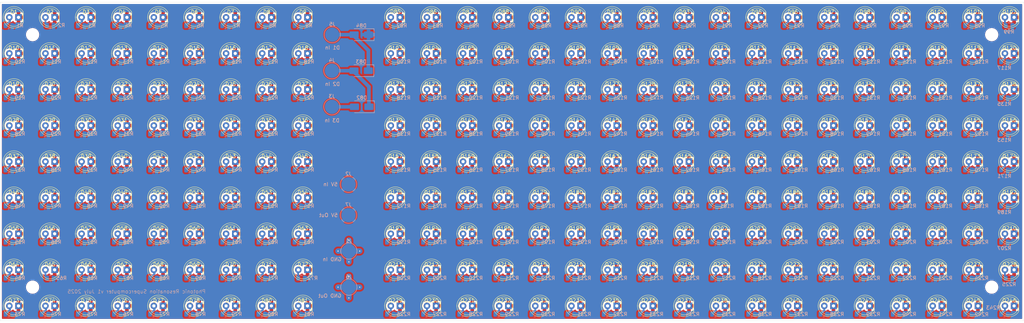
<source format=kicad_pcb>
(kicad_pcb (version 20241229) (generator "pcbnew") (generator_version "9.0")
  (layers (0 "F.Cu" signal) (2 "B.Cu" signal) (13 "F.Paste" user) (15 "B.Paste" user) (5 "F.SilkS" user "F.Silkscreen") (7 "B.SilkS" user "B.Silkscreen") (1 "F.Mask" user) (3 "B.Mask" user) (25 "Edge.Cuts" user))
  (net 0 "")
  (net 1 "GND")
  (net 2 "Net-(D1-A)")
  (net 3 "Net-(D2-A)")
  (net 4 "Net-(D3-A)")
  (net 5 "Net-(D4-A)")
  (net 6 "Net-(D5-A)")
  (net 7 "Net-(D6-A)")
  (net 8 "Net-(D7-A)")
  (net 9 "Net-(D8-A)")
  (net 10 "Net-(D9-A)")
  (net 11 "Net-(D10-A)")
  (net 12 "Net-(D11-A)")
  (net 13 "Net-(D12-A)")
  (net 14 "Net-(D13-A)")
  (net 15 "Net-(D14-A)")
  (net 16 "Net-(D15-A)")
  (net 17 "Net-(D16-A)")
  (net 18 "Net-(D17-A)")
  (net 19 "Net-(D18-A)")
  (net 20 "Net-(D19-A)")
  (net 21 "Net-(D20-A)")
  (net 22 "Net-(D21-A)")
  (net 23 "Net-(D22-A)")
  (net 24 "Net-(D23-A)")
  (net 25 "Net-(D24-A)")
  (net 26 "Net-(D25-A)")
  (net 27 "Net-(D26-A)")
  (net 28 "Net-(D27-A)")
  (net 29 "Net-(D28-A)")
  (net 30 "Net-(D29-A)")
  (net 31 "Net-(D30-A)")
  (net 32 "Net-(D31-A)")
  (net 33 "Net-(D32-A)")
  (net 34 "Net-(D33-A)")
  (net 35 "Net-(D34-A)")
  (net 36 "Net-(D35-A)")
  (net 37 "Net-(D36-A)")
  (net 38 "Net-(D37-A)")
  (net 39 "Net-(D38-A)")
  (net 40 "Net-(D39-A)")
  (net 41 "Net-(D40-A)")
  (net 42 "Net-(D41-A)")
  (net 43 "Net-(D42-A)")
  (net 44 "Net-(D43-A)")
  (net 45 "Net-(D44-A)")
  (net 46 "Net-(D45-A)")
  (net 47 "Net-(D46-A)")
  (net 48 "Net-(D47-A)")
  (net 49 "Net-(D48-A)")
  (net 50 "Net-(D49-A)")
  (net 51 "Net-(D50-A)")
  (net 52 "Net-(D51-A)")
  (net 53 "Net-(D52-A)")
  (net 54 "Net-(D53-A)")
  (net 55 "Net-(D54-A)")
  (net 56 "Net-(D55-A)")
  (net 57 "Net-(D56-A)")
  (net 58 "Net-(D57-A)")
  (net 59 "Net-(D58-A)")
  (net 60 "Net-(D59-A)")
  (net 61 "Net-(D60-A)")
  (net 62 "Net-(D61-A)")
  (net 63 "Net-(D62-A)")
  (net 64 "Net-(D63-A)")
  (net 65 "Net-(D64-A)")
  (net 66 "Net-(D65-A)")
  (net 67 "Net-(D66-A)")
  (net 68 "Net-(D67-A)")
  (net 69 "Net-(D68-A)")
  (net 70 "Net-(D69-A)")
  (net 71 "Net-(D70-A)")
  (net 72 "Net-(D71-A)")
  (net 73 "Net-(D72-A)")
  (net 74 "Net-(D73-A)")
  (net 75 "Net-(D74-A)")
  (net 76 "Net-(D75-A)")
  (net 77 "Net-(D76-A)")
  (net 78 "Net-(D77-A)")
  (net 79 "Net-(D78-A)")
  (net 80 "Net-(D79-A)")
  (net 81 "Net-(D80-A)")
  (net 82 "Net-(D81-A)")
  (net 83 "Net-(D82-A)")
  (net 84 "Net-(D82-K)")
  (net 85 "Net-(D83-K)")
  (net 86 "+5V")
  (net 87 "Net-(D85-A)")
  (net 88 "Net-(D86-A)")
  (net 89 "Net-(D87-A)")
  (net 90 "Net-(D88-A)")
  (net 91 "Net-(D89-A)")
  (net 92 "Net-(D90-A)")
  (net 93 "Net-(D91-A)")
  (net 94 "Net-(D92-A)")
  (net 95 "Net-(D93-A)")
  (net 96 "Net-(D94-A)")
  (net 97 "Net-(D95-A)")
  (net 98 "Net-(D96-A)")
  (net 99 "Net-(D97-A)")
  (net 100 "Net-(D98-A)")
  (net 101 "Net-(D99-A)")
  (net 102 "Net-(D100-A)")
  (net 103 "Net-(D101-A)")
  (net 104 "Net-(D102-A)")
  (net 105 "Net-(D103-A)")
  (net 106 "Net-(D104-A)")
  (net 107 "Net-(D105-A)")
  (net 108 "Net-(D106-A)")
  (net 109 "Net-(D107-A)")
  (net 110 "Net-(D108-A)")
  (net 111 "Net-(D109-A)")
  (net 112 "Net-(D110-A)")
  (net 113 "Net-(D111-A)")
  (net 114 "Net-(D112-A)")
  (net 115 "Net-(D113-A)")
  (net 116 "Net-(D114-A)")
  (net 117 "Net-(D115-A)")
  (net 118 "Net-(D116-A)")
  (net 119 "Net-(D117-A)")
  (net 120 "Net-(D118-A)")
  (net 121 "Net-(D119-A)")
  (net 122 "Net-(D120-A)")
  (net 123 "Net-(D121-A)")
  (net 124 "Net-(D122-A)")
  (net 125 "Net-(D123-A)")
  (net 126 "Net-(D124-A)")
  (net 127 "Net-(D125-A)")
  (net 128 "Net-(D126-A)")
  (net 129 "Net-(D127-A)")
  (net 130 "Net-(D128-A)")
  (net 131 "Net-(D129-A)")
  (net 132 "Net-(D130-A)")
  (net 133 "Net-(D131-A)")
  (net 134 "Net-(D132-A)")
  (net 135 "Net-(D133-A)")
  (net 136 "Net-(D134-A)")
  (net 137 "Net-(D135-A)")
  (net 138 "Net-(D136-A)")
  (net 139 "Net-(D137-A)")
  (net 140 "Net-(D138-A)")
  (net 141 "Net-(D139-A)")
  (net 142 "Net-(D140-A)")
  (net 143 "Net-(D141-A)")
  (net 144 "Net-(D142-A)")
  (net 145 "Net-(D143-A)")
  (net 146 "Net-(D144-A)")
  (net 147 "Net-(D145-A)")
  (net 148 "Net-(D146-A)")
  (net 149 "Net-(D147-A)")
  (net 150 "Net-(D148-A)")
  (net 151 "Net-(D149-A)")
  (net 152 "Net-(D150-A)")
  (net 153 "Net-(D151-A)")
  (net 154 "Net-(D152-A)")
  (net 155 "Net-(D153-A)")
  (net 156 "Net-(D154-A)")
  (net 157 "Net-(D155-A)")
  (net 158 "Net-(D156-A)")
  (net 159 "Net-(D157-A)")
  (net 160 "Net-(D158-A)")
  (net 161 "Net-(D159-A)")
  (net 162 "Net-(D160-A)")
  (net 163 "Net-(D161-A)")
  (net 164 "Net-(D162-A)")
  (net 165 "Net-(D163-A)")
  (net 166 "Net-(D164-A)")
  (net 167 "Net-(D165-A)")
  (net 168 "Net-(D166-A)")
  (net 169 "Net-(D167-A)")
  (net 170 "Net-(D168-A)")
  (net 171 "Net-(D169-A)")
  (net 172 "Net-(D170-A)")
  (net 173 "Net-(D171-A)")
  (net 174 "Net-(D172-A)")
  (net 175 "Net-(D173-A)")
  (net 176 "Net-(D174-A)")
  (net 177 "Net-(D175-A)")
  (net 178 "Net-(D176-A)")
  (net 179 "Net-(D177-A)")
  (net 180 "Net-(D178-A)")
  (net 181 "Net-(D179-A)")
  (net 182 "Net-(D180-A)")
  (net 183 "Net-(D181-A)")
  (net 184 "Net-(D182-A)")
  (net 185 "Net-(D183-A)")
  (net 186 "Net-(D184-A)")
  (net 187 "Net-(D185-A)")
  (net 188 "Net-(D186-A)")
  (net 189 "Net-(D187-A)")
  (net 190 "Net-(D188-A)")
  (net 191 "Net-(D189-A)")
  (net 192 "Net-(D190-A)")
  (net 193 "Net-(D191-A)")
  (net 194 "Net-(D192-A)")
  (net 195 "Net-(D193-A)")
  (net 196 "Net-(D194-A)")
  (net 197 "Net-(D195-A)")
  (net 198 "Net-(D196-A)")
  (net 199 "Net-(D197-A)")
  (net 200 "Net-(D198-A)")
  (net 201 "Net-(D199-A)")
  (net 202 "Net-(D200-A)")
  (net 203 "Net-(D201-A)")
  (net 204 "Net-(D202-A)")
  (net 205 "Net-(D203-A)")
  (net 206 "Net-(D204-A)")
  (net 207 "Net-(D205-A)")
  (net 208 "Net-(D206-A)")
  (net 209 "Net-(D207-A)")
  (net 210 "Net-(D208-A)")
  (net 211 "Net-(D209-A)")
  (net 212 "Net-(D210-A)")
  (net 213 "Net-(D211-A)")
  (net 214 "Net-(D212-A)")
  (net 215 "Net-(D213-A)")
  (net 216 "Net-(D214-A)")
  (net 217 "Net-(D215-A)")
  (net 218 "Net-(D216-A)")
  (net 219 "Net-(D217-A)")
  (net 220 "Net-(D218-A)")
  (net 221 "Net-(D219-A)")
  (net 222 "Net-(D220-A)")
  (net 223 "Net-(D221-A)")
  (net 224 "Net-(D222-A)")
  (net 225 "Net-(D223-A)")
  (net 226 "Net-(D224-A)")
  (net 227 "Net-(D225-A)")
  (net 228 "Net-(D226-A)")
  (net 229 "Net-(D227-A)")
  (net 230 "Net-(D228-A)")
  (net 231 "Net-(D229-A)")
  (net 232 "Net-(D230-A)")
  (net 233 "Net-(D231-A)")
  (net 234 "Net-(D232-A)")
  (net 235 "Net-(D233-A)")
  (net 236 "Net-(D234-A)")
  (net 237 "Net-(D235-A)")
  (net 238 "Net-(D236-A)")
  (net 239 "Net-(D237-A)")
  (net 240 "Net-(D238-A)")
  (net 241 "Net-(D239-A)")
  (net 242 "Net-(D240-A)")
  (net 243 "Net-(D241-A)")
  (net 244 "Net-(D242-A)")
  (net 245 "Net-(D243-A)")
  (net 246 "Net-(D244-A)")
  (net 247 "Net-(D245-A)")
  (net 248 "Net-(D246-A)")
  (footprint "LED_THT:LED_D5.0mm" (layer "F.Cu") (at 277.24 70.9 180)
    (property "Reference" "D190")
    (property "Value" "LED")
  )
  (footprint "LED_THT:LED_D5.0mm" (layer "F.Cu") (at 187.24 70.9 180)
    (property "Reference" "D181")
    (property "Value" "LED")
  )
  (footprint "LED_THT:LED_D5.0mm" (layer "F.Cu") (at 41.64 20.9 180)
    (property "Reference" "D3")
    (property "Value" "LED")
  )
  (footprint "LED_THT:LED_D5.0mm" (layer "F.Cu") (at 287.24 80.9 180)
    (property "Reference" "D209")
    (property "Value" "LED")
  )
  (footprint "LED_THT:LED_D5.0mm" (layer "F.Cu") (at 217.24 20.9 180)
    (property "Reference" "D94")
    (property "Value" "LED")
  )
  (footprint "LED_THT:LED_D5.0mm" (layer "F.Cu") (at 21.64 100.9 180)
    (property "Reference" "D73")
    (property "Value" "LED")
  )
  (footprint "LED_THT:LED_D5.0mm" (layer "F.Cu") (at 61.64 30.9 180)
    (property "Reference" "D14")
    (property "Value" "LED")
  )
  (footprint "LED_THT:LED_D5.0mm" (layer "F.Cu") (at 101.64 90.9 180)
    (property "Reference" "D72")
    (property "Value" "LED")
  )
  (footprint "LED_THT:LED_D5.0mm" (layer "F.Cu") (at 101.64 70.9 180)
    (property "Reference" "D54")
    (property "Value" "LED")
  )
  (footprint "LED_THT:LED_D5.0mm" (layer "F.Cu") (at 91.64 70.9 180)
    (property "Reference" "D53")
    (property "Value" "LED")
  )
  (footprint "LED_THT:LED_D5.0mm" (layer "F.Cu") (at 71.64 60.9 180)
    (property "Reference" "D42")
    (property "Value" "LED")
  )
  (footprint "LED_THT:LED_D5.0mm" (layer "F.Cu") (at 277.24 60.9 180)
    (property "Reference" "D172")
    (property "Value" "LED")
  )
  (footprint "LED_THT:LED_D5.0mm" (layer "F.Cu") (at 31.64 100.9 180)
    (property "Reference" "D74")
    (property "Value" "LED")
  )
  (footprint "LED_THT:LED_D5.0mm" (layer "F.Cu") (at 197.24 80.9 180)
    (property "Reference" "D200")
    (property "Value" "LED")
  )
  (footprint "LED_THT:LED_D5.0mm" (layer "F.Cu") (at 71.64 100.9 180)
    (property "Reference" "D78")
    (property "Value" "LED")
  )
  (footprint "LED_THT:LED_D5.0mm" (layer "F.Cu") (at 137.24 90.9 180)
    (property "Reference" "D212")
    (property "Value" "LED")
  )
  (footprint "LED_THT:LED_D5.0mm" (layer "F.Cu") (at 61.64 40.9 180)
    (property "Reference" "D23")
    (property "Value" "LED")
  )
  (footprint "LED_THT:LED_D5.0mm" (layer "F.Cu") (at 147.24 90.9 180)
    (property "Reference" "D213")
    (property "Value" "LED")
  )
  (footprint "LED_THT:LED_D5.0mm" (layer "F.Cu") (at 101.64 100.9 180)
    (property "Reference" "D81")
    (property "Value" "LED")
  )
  (footprint "LED_THT:LED_D5.0mm" (layer "F.Cu") (at 167.24 70.9 180)
    (property "Reference" "D179")
    (property "Value" "LED")
  )
  (footprint "LED_THT:LED_D5.0mm" (layer "F.Cu") (at 277.24 90.9 180)
    (property "Reference" "D226")
    (property "Value" "LED")
  )
  (footprint "LED_THT:LED_D5.0mm" (layer "F.Cu") (at 147.24 20.9 180)
    (property "Reference" "D87")
    (property "Value" "LED")
  )
  (footprint "LED_THT:LED_D5.0mm" (layer "F.Cu") (at 101.64 40.9 180)
    (property "Reference" "D27")
    (property "Value" "LED")
  )
  (footprint "LED_THT:LED_D5.0mm" (layer "F.Cu") (at 177.24 40.9 180)
    (property "Reference" "D126")
    (property "Value" "LED")
  )
  (footprint "LED_THT:LED_D5.0mm" (layer "F.Cu") (at 247.24 20.9 180)
    (property "Reference" "D97")
    (property "Value" "LED")
  )
  (footprint "LED_THT:LED_D5.0mm" (layer "F.Cu") (at 237.24 60.9 180)
    (property "Reference" "D168")
    (property "Value" "LED")
  )
  (footprint "LED_THT:LED_D5.0mm" (layer "F.Cu") (at 71.64 20.9 180)
    (property "Reference" "D6")
    (property "Value" "LED")
  )
  (footprint "LED_THT:LED_D5.0mm" (layer "F.Cu") (at 21.64 60.9 180)
    (property "Reference" "D37")
    (property "Value" "LED")
  )
  (footprint "LED_THT:LED_D5.0mm" (layer "F.Cu") (at 227.24 60.9 180)
    (property "Reference" "D167")
    (property "Value" "LED")
  )
  (footprint "LED_THT:LED_D5.0mm" (layer "F.Cu") (at 207.24 50.9 180)
    (property "Reference" "D147")
    (property "Value" "LED")
  )
  (footprint "LED_THT:LED_D5.0mm" (layer "F.Cu") (at 21.64 50.9 180)
    (property "Reference" "D28")
    (property "Value" "LED")
  )
  (footprint "LED_THT:LED_D5.0mm" (layer "F.Cu") (at 127.24 40.9 180)
    (property "Reference" "D121")
    (property "Value" "LED")
  )
  (footprint "LED_THT:LED_D5.0mm" (layer "F.Cu") (at 277.24 30.9 180)
    (property "Reference" "D118")
    (property "Value" "LED")
  )
  (footprint "LED_THT:LED_D5.0mm" (layer "F.Cu") (at 207.24 30.9 180)
    (property "Reference" "D111")
    (property "Value" "LED")
  )
  (footprint "LED_THT:LED_D5.0mm" (layer "F.Cu") (at 157.24 90.9 180)
    (property "Reference" "D214")
    (property "Value" "LED")
  )
  (footprint "LED_THT:LED_D5.0mm" (layer "F.Cu") (at 51.64 90.9 180)
    (property "Reference" "D67")
    (property "Value" "LED")
  )
  (footprint "LED_THT:LED_D5.0mm" (layer "F.Cu") (at 227.24 20.9 180)
    (property "Reference" "D95")
    (property "Value" "LED")
  )
  (footprint "LED_THT:LED_D5.0mm" (layer "F.Cu") (at 147.24 40.9 180)
    (property "Reference" "D123")
    (property "Value" "LED")
  )
  (footprint "LED_THT:LED_D5.0mm" (layer "F.Cu") (at 71.64 40.9 180)
    (property "Reference" "D24")
    (property "Value" "LED")
  )
  (footprint "LED_THT:LED_D5.0mm" (layer "F.Cu") (at 257.24 90.9 180)
    (property "Reference" "D224")
    (property "Value" "LED")
  )
  (footprint "LED_THT:LED_D5.0mm" (layer "F.Cu") (at 61.64 70.9 180)
    (property "Reference" "D50")
    (property "Value" "LED")
  )
  (footprint "LED_THT:LED_D5.0mm" (layer "F.Cu") (at 297.24 80.9 180)
    (property "Reference" "D210")
    (property "Value" "LED")
  )
  (footprint "LED_THT:LED_D5.0mm" (layer "F.Cu") (at 51.64 30.9 180)
    (property "Reference" "D13")
    (property "Value" "LED")
  )
  (footprint "LED_THT:LED_D5.0mm" (layer "F.Cu") (at 237.24 90.9 180)
    (property "Reference" "D222")
    (property "Value" "LED")
  )
  (footprint "LED_THT:LED_D5.0mm" (layer "F.Cu") (at 277.24 50.9 180)
    (property "Reference" "D154")
    (property "Value" "LED")
  )
  (footprint "LED_THT:LED_D5.0mm" (layer "F.Cu") (at 297.24 50.9 180)
    (property "Reference" "D156")
    (property "Value" "LED")
  )
  (footprint "LED_THT:LED_D5.0mm" (layer "F.Cu") (at 237.24 20.9 180)
    (property "Reference" "D96")
    (property "Value" "LED")
  )
  (footprint "LED_THT:LED_D5.0mm" (layer "F.Cu") (at 197.24 60.9 180)
    (property "Reference" "D164")
    (property "Value" "LED")
  )
  (footprint "LED_THT:LED_D5.0mm" (layer "F.Cu") (at 137.24 60.9 180)
    (property "Reference" "D158")
    (property "Value" "LED")
  )
  (footprint "LED_THT:LED_D5.0mm" (layer "F.Cu") (at 41.64 90.9 180)
    (property "Reference" "D66")
    (property "Value" "LED")
  )
  (footprint "LED_THT:LED_D5.0mm" (layer "F.Cu") (at 91.64 30.9 180)
    (property "Reference" "D17")
    (property "Value" "LED")
  )
  (footprint "LED_THT:LED_D5.0mm" (layer "F.Cu") (at 91.64 40.9 180)
    (property "Reference" "D26")
    (property "Value" "LED")
  )
  (footprint "LED_THT:LED_D5.0mm" (layer "F.Cu") (at 147.24 50.9 180)
    (property "Reference" "D141")
    (property "Value" "LED")
  )
  (footprint "LED_THT:LED_D5.0mm" (layer "F.Cu") (at 277.24 80.9 180)
    (property "Reference" "D208")
    (property "Value" "LED")
  )
  (footprint "LED_THT:LED_D5.0mm" (layer "F.Cu") (at 157.24 30.9 180)
    (property "Reference" "D106")
    (property "Value" "LED")
  )
  (footprint "LED_THT:LED_D5.0mm" (layer "F.Cu") (at 61.64 60.9 180)
    (property "Reference" "D41")
    (property "Value" "LED")
  )
  (footprint "LED_THT:LED_D5.0mm" (layer "F.Cu") (at 237.24 80.9 180)
    (property "Reference" "D204")
    (property "Value" "LED")
  )
  (footprint "LED_THT:LED_D5.0mm" (layer "F.Cu") (at 101.64 20.9 180)
    (property "Reference" "D9")
    (property "Value" "LED")
  )
  (footprint "LED_THT:LED_D5.0mm" (layer "F.Cu") (at 51.64 80.9 180)
    (property "Reference" "D58")
    (property "Value" "LED")
  )
  (footprint "LED_THT:LED_D5.0mm" (layer "F.Cu") (at 187.24 100.9 180)
    (property "Reference" "D235")
    (property "Value" "LED")
  )
  (footprint "LED_THT:LED_D5.0mm" (layer "F.Cu") (at 137.24 50.9 180)
    (property "Reference" "D140")
    (property "Value" "LED")
  )
  (footprint "LED_THT:LED_D5.0mm" (layer "F.Cu") (at 287.24 20.9 180)
    (property "Reference" "D101")
    (property "Value" "LED")
  )
  (footprint "LED_THT:LED_D5.0mm" (layer "F.Cu") (at 216.69 70.9 180)
    (property "Reference" "D184")
    (property "Value" "LED")
  )
  (footprint "LED_THT:LED_D5.0mm" (layer "F.Cu") (at 91.64 90.9 180)
    (property "Reference" "D71")
    (property "Value" "LED")
  )
  (footprint "LED_THT:LED_D5.0mm" (layer "F.Cu") (at 31.64 80.9 180)
    (property "Reference" "D56")
    (property "Value" "LED")
  )
  (footprint "LED_THT:LED_D5.0mm" (layer "F.Cu") (at 51.64 100.9 180)
    (property "Reference" "D76")
    (property "Value" "LED")
  )
  (footprint "LED_THT:LED_D5.0mm" (layer "F.Cu") (at 177.24 60.9 180)
    (property "Reference" "D162")
    (property "Value" "LED")
  )
  (footprint "LED_THT:LED_D5.0mm" (layer "F.Cu") (at 237.24 40.9 180)
    (property "Reference" "D132")
    (property "Value" "LED")
  )
  (footprint "LED_THT:LED_D5.0mm" (layer "F.Cu") (at 217.24 90.9 180)
    (property "Reference" "D220")
    (property "Value" "LED")
  )
  (footprint "LED_THT:LED_D5.0mm" (layer "F.Cu") (at 267.24 20.9 180)
    (property "Reference" "D99")
    (property "Value" "LED")
  )
  (footprint "LED_THT:LED_D5.0mm" (layer "F.Cu") (at 127.24 100.9 180)
    (property "Reference" "D229")
    (property "Value" "LED")
  )
  (footprint "LED_THT:LED_D5.0mm" (layer "F.Cu") (at 137.24 30.9 180)
    (property "Reference" "D104")
    (property "Value" "LED")
  )
  (footprint "LED_THT:LED_D5.0mm" (layer "F.Cu") (at 167.24 20.9 180)
    (property "Reference" "D89")
    (property "Value" "LED")
  )
  (footprint "LED_THT:LED_D5.0mm" (layer "F.Cu") (at 227.24 70.9 180)
    (property "Reference" "D185")
    (property "Value" "LED")
  )
  (footprint "LED_THT:LED_D5.0mm" (layer "F.Cu") (at 187.24 60.9 180)
    (property "Reference" "D163")
    (property "Value" "LED")
  )
  (footprint "LED_THT:LED_D5.0mm" (layer "F.Cu") (at 167.24 100.9 180)
    (property "Reference" "D233")
    (property "Value" "LED")
  )
  (footprint "LED_THT:LED_D5.0mm" (layer "F.Cu") (at 297.24 60.9 180)
    (property "Reference" "D174")
    (property "Value" "LED")
  )
  (footprint "LED_THT:LED_D5.0mm" (layer "F.Cu") (at 187.24 50.9 180)
    (property "Reference" "D145")
    (property "Value" "LED")
  )
  (footprint "LED_THT:LED_D5.0mm" (layer "F.Cu") (at 247.24 40.9 180)
    (property "Reference" "D133")
    (property "Value" "LED")
  )
  (footprint "LED_THT:LED_D5.0mm" (layer "F.Cu") (at 267.24 90.9 180)
    (property "Reference" "D225")
    (property "Value" "LED")
  )
  (footprint "LED_THT:LED_D5.0mm" (layer "F.Cu") (at 197.24 100.9 180)
    (property "Reference" "D236")
    (property "Value" "LED")
  )
  (footprint "LED_THT:LED_D5.0mm" (layer "F.Cu") (at 297.24 20.9 180)
    (property "Reference" "D102")
    (property "Value" "LED")
  )
  (footprint "LED_THT:LED_D5.0mm" (layer "F.Cu") (at 167.24 50.9 180)
    (property "Reference" "D143")
    (property "Value" "LED")
  )
  (footprint "LED_THT:LED_D5.0mm" (layer "F.Cu") (at 101.64 60.9 180)
    (property "Reference" "D45")
    (property "Value" "LED")
  )
  (footprint "LED_THT:LED_D5.0mm" (layer "F.Cu") (at 167.24 30.9 180)
    (property "Reference" "D107")
    (property "Value" "LED")
  )
  (footprint "LED_THT:LED_D5.0mm" (layer "F.Cu") (at 147.24 100.9 180)
    (property "Reference" "D231")
    (property "Value" "LED")
  )
  (footprint "LED_THT:LED_D5.0mm" (layer "F.Cu") (at 147.24 80.9 180)
    (property "Reference" "D195")
    (property "Value" "LED")
  )
  (footprint "LED_THT:LED_D5.0mm" (layer "F.Cu") (at 101.64 30.9 180)
    (property "Reference" "D18")
    (property "Value" "LED")
  )
  (footprint "LED_THT:LED_D5.0mm" (layer "F.Cu") (at 187.24 80.9 180)
    (property "Reference" "D199")
    (property "Value" "LED")
  )
  (footprint "LED_THT:LED_D5.0mm" (layer "F.Cu") (at 51.64 20.9 180)
    (property "Reference" "D4")
    (property "Value" "LED")
  )
  (footprint "LED_THT:LED_D5.0mm" (layer "F.Cu") (at 297.24 90.9 180)
    (property "Reference" "D228")
    (property "Value" "LED")
  )
  (footprint "LED_THT:LED_D5.0mm" (layer "F.Cu") (at 31.64 40.9 180)
    (property "Reference" "D20")
    (property "Value" "LED")
  )
  (footprint "LED_THT:LED_D5.0mm" (layer "F.Cu") (at 81.64 80.9 180)
    (property "Reference" "D61")
    (property "Value" "LED")
  )
  (footprint "LED_THT:LED_D5.0mm" (layer "F.Cu") (at 61.64 50.9 180)
    (property "Reference" "D32")
    (property "Value" "LED")
  )
  (footprint "LED_THT:LED_D5.0mm" (layer "F.Cu") (at 197.24 90.9 180)
    (property "Reference" "D218")
    (property "Value" "LED")
  )
  (footprint "LED_THT:LED_D5.0mm" (layer "F.Cu") (at 257.24 100.9 180)
    (property "Reference" "D242")
    (property "Value" "LED")
  )
  (footprint "LED_THT:LED_D5.0mm" (layer "F.Cu") (at 177.24 30.9 180)
    (property "Reference" "D108")
    (property "Value" "LED")
  )
  (footprint "LED_THT:LED_D5.0mm" (layer "F.Cu") (at 81.64 60.9 180)
    (property "Reference" "D43")
    (property "Value" "LED")
  )
  (footprint "LED_THT:LED_D5.0mm" (layer "F.Cu") (at 267.24 70.9 180)
    (property "Reference" "D189")
    (property "Value" "LED")
  )
  (footprint "LED_THT:LED_D5.0mm" (layer "F.Cu") (at 207.24 80.9 180)
    (property "Reference" "D201")
    (property "Value" "LED")
  )
  (footprint "LED_THT:LED_D5.0mm" (layer "F.Cu") (at 137.24 70.9 180)
    (property "Reference" "D176")
    (property "Value" "LED")
  )
  (footprint "LED_THT:LED_D5.0mm" (layer "F.Cu") (at 217.24 40.9 180)
    (property "Reference" "D130")
    (property "Value" "LED")
  )
  (footprint "LED_THT:LED_D5.0mm" (layer "F.Cu") (at 127.24 90.9 180)
    (property "Reference" "D211")
    (property "Value" "LED")
  )
  (footprint "LED_THT:LED_D5.0mm" (layer "F.Cu") (at 247.24 80.9 180)
    (property "Reference" "D205")
    (property "Value" "LED")
  )
  (footprint "LED_THT:LED_D5.0mm" (layer "F.Cu") (at 217.24 30.9 180)
    (property "Reference" "D112")
    (property "Value" "LED")
  )
  (footprint "LED_THT:LED_D5.0mm" (layer "F.Cu") (at 297.24 40.9 180)
    (property "Reference" "D138")
    (property "Value" "LED")
  )
  (footprint "LED_THT:LED_D5.0mm" (layer "F.Cu") (at 51.64 50.9 180)
    (property "Reference" "D31")
    (property "Value" "LED")
  )
  (footprint "LED_THT:LED_D5.0mm" (layer "F.Cu") (at 217.24 60.9 180)
    (property "Reference" "D166")
    (property "Value" "LED")
  )
  (footprint "LED_THT:LED_D5.0mm" (layer "F.Cu") (at 81.64 90.9 180)
    (property "Reference" "D70")
    (property "Value" "LED")
  )
  (footprint "LED_THT:LED_D5.0mm" (layer "F.Cu") (at 217.24 80.9 180)
    (property "Reference" "D202")
    (property "Value" "LED")
  )
  (footprint "LED_THT:LED_D5.0mm" (layer "F.Cu") (at 277.24 100.9 180)
    (property "Reference" "D244")
    (property "Value" "LED")
  )
  (footprint "LED_THT:LED_D5.0mm" (layer "F.Cu") (at 247.24 90.9 180)
    (property "Reference" "D223")
    (property "Value" "LED")
  )
  (footprint "LED_THT:LED_D5.0mm" (layer "F.Cu") (at 71.64 80.9 180)
    (property "Reference" "D60")
    (property "Value" "LED")
  )
  (footprint "LED_THT:LED_D5.0mm" (layer "F.Cu") (at 41.64 70.9 180)
    (property "Reference" "D48")
    (property "Value" "LED")
  )
  (footprint "LED_THT:LED_D5.0mm" (layer "F.Cu") (at 91.64 20.9 180)
    (property "Reference" "D8")
    (property "Value" "LED")
  )
  (footprint "LED_THT:LED_D5.0mm" (layer "F.Cu") (at 31.64 20.9 180)
    (property "Reference" "D2")
    (property "Value" "LED")
  )
  (footprint "LED_THT:LED_D5.0mm" (layer "F.Cu") (at 101.64 50.9 180)
    (property "Reference" "D36")
    (property "Value" "LED")
  )
  (footprint "LED_THT:LED_D5.0mm" (layer "F.Cu") (at 71.64 90.9 180)
    (property "Reference" "D69")
    (property "Value" "LED")
  )
  (footprint "LED_THT:LED_D5.0mm" (layer "F.Cu") (at 287.24 30.9 180)
    (property "Reference" "D119")
    (property "Value" "LED")
  )
  (footprint "LED_THT:LED_D5.0mm" (layer "F.Cu") (at 197.24 50.9 180)
    (property "Reference" "D146")
    (property "Value" "LED")
  )
  (footprint "LED_THT:LED_D5.0mm" (layer "F.Cu") (at 207.24 100.9 180)
    (property "Reference" "D237")
    (property "Value" "LED")
  )
  (footprint "LED_THT:LED_D5.0mm" (layer "F.Cu") (at 207.24 90.9 180)
    (property "Reference" "D219")
    (property "Value" "LED")
  )
  (footprint "LED_THT:LED_D5.0mm" (layer "F.Cu") (at 187.24 20.9 180)
    (property "Reference" "D91")
    (property "Value" "LED")
  )
  (footprint "LED_THT:LED_D5.0mm" (layer "F.Cu") (at 71.64 30.9 180)
    (property "Reference" "D15")
    (property "Value" "LED")
  )
  (footprint "LED_THT:LED_D5.0mm" (layer "F.Cu") (at 287.24 40.9 180)
    (property "Reference" "D137")
    (property "Value" "LED")
  )
  (footprint "LED_THT:LED_D5.0mm" (layer "F.Cu") (at 157.24 50.9 180)
    (property "Reference" "D142")
    (property "Value" "LED")
  )
  (footprint "LED_THT:LED_D5.0mm" (layer "F.Cu") (at 137.24 100.9 180)
    (property "Reference" "D230")
    (property "Value" "LED")
  )
  (footprint "LED_THT:LED_D5.0mm" (layer "F.Cu") (at 257.24 60.9 180)
    (property "Reference" "D170")
    (property "Value" "LED")
  )
  (footprint "LED_THT:LED_D5.0mm" (layer "F.Cu") (at 41.64 30.9 180)
    (property "Reference" "D12")
    (property "Value" "LED")
  )
  (footprint "LED_THT:LED_D5.0mm" (layer "F.Cu") (at 187.24 40.9 180)
    (property "Reference" "D127")
    (property "Value" "LED")
  )
  (footprint "LED_THT:LED_D5.0mm" (layer "F.Cu") (at 207.24 60.9 180)
    (property "Reference" "D165")
    (property "Value" "LED")
  )
  (footprint "LED_THT:LED_D5.0mm" (layer "F.Cu") (at 147.24 30.9 180)
    (property "Reference" "D105")
    (property "Value" "LED")
  )
  (footprint "LED_THT:LED_D5.0mm" (layer "F.Cu") (at 147.24 70.9 180)
    (property "Reference" "D177")
    (property "Value" "LED")
  )
  (footprint "LED_THT:LED_D5.0mm" (layer "F.Cu") (at 51.64 70.9 180)
    (property "Reference" "D49")
    (property "Value" "LED")
  )
  (footprint "LED_THT:LED_D5.0mm" (layer "F.Cu") (at 91.64 100.9 180)
    (property "Reference" "D80")
    (property "Value" "LED")
  )
  (footprint "LED_THT:LED_D5.0mm" (layer "F.Cu") (at 237.24 70.9 180)
    (property "Reference" "D186")
    (property "Value" "LED")
  )
  (footprint "LED_THT:LED_D5.0mm" (layer "F.Cu") (at 267.24 80.9 180)
    (property "Reference" "D207")
    (property "Value" "LED")
  )
  (footprint "LED_THT:LED_D5.0mm" (layer "F.Cu") (at 247.24 100.9 180)
    (property "Reference" "D241")
    (property "Value" "LED")
  )
  (footprint "LED_THT:LED_D5.0mm" (layer "F.Cu") (at 61.64 80.9 180)
    (property "Reference" "D59")
    (property "Value" "LED")
  )
  (footprint "LED_THT:LED_D5.0mm" (layer "F.Cu") (at 61.64 20.9 180)
    (property "Reference" "D5")
    (property "Value" "LED")
  )
  (footprint "LED_THT:LED_D5.0mm" (layer "F.Cu") (at 91.64 50.9 180)
    (property "Reference" "D35")
    (property "Value" "LED")
  )
  (footprint "LED_THT:LED_D5.0mm" (layer "F.Cu") (at 257.24 20.9 180)
    (property "Reference" "D98")
    (property "Value" "LED")
  )
  (footprint "LED_THT:LED_D5.0mm" (layer "F.Cu") (at 247.24 50.9 180)
    (property "Reference" "D151")
    (property "Value" "LED")
  )
  (footprint "LED_THT:LED_D5.0mm" (layer "F.Cu") (at 287.24 50.9 180)
    (property "Reference" "D155")
    (property "Value" "LED")
  )
  (footprint "LED_THT:LED_D5.0mm" (layer "F.Cu") (at 257.24 80.9 180)
    (property "Reference" "D206")
    (property "Value" "LED")
  )
  (footprint "LED_THT:LED_D5.0mm" (layer "F.Cu") (at 21.64 90.9 180)
    (property "Reference" "D64")
    (property "Value" "LED")
  )
  (footprint "LED_THT:LED_D5.0mm" (layer "F.Cu") (at 247.24 30.9 180)
    (property "Reference" "D115")
    (property "Value" "LED")
  )
  (footprint "LED_THT:LED_D5.0mm" (layer "F.Cu") (at 157.24 70.9 180)
    (property "Reference" "D178")
    (property "Value" "LED")
  )
  (footprint "LED_THT:LED_D5.0mm" (layer "F.Cu") (at 71.64 50.9 180)
    (property "Reference" "D33")
    (property "Value" "LED")
  )
  (footprint "LED_THT:LED_D5.0mm" (layer "F.Cu") (at 257.24 50.9 180)
    (property "Reference" "D152")
    (property "Value" "LED")
  )
  (footprint "LED_THT:LED_D5.0mm" (layer "F.Cu") (at 127.24 80.9 180)
    (property "Reference" "D193")
    (property "Value" "LED")
  )
  (footprint "LED_THT:LED_D5.0mm" (layer "F.Cu") (at 177.24 50.9 180)
    (property "Reference" "D144")
    (property "Value" "LED")
  )
  (footprint "LED_THT:LED_D5.0mm" (layer "F.Cu") (at 177.24 90.9 180)
    (property "Reference" "D216")
    (property "Value" "LED")
  )
  (footprint "LED_THT:LED_D5.0mm" (layer "F.Cu") (at 257.24 70.9 180)
    (property "Reference" "D188")
    (property "Value" "LED")
  )
  (footprint "LED_THT:LED_D5.0mm" (layer "F.Cu") (at 81.64 30.9 180)
    (property "Reference" "D16")
    (property "Value" "LED")
  )
  (footprint "LED_THT:LED_D5.0mm" (layer "F.Cu") (at 267.24 100.9 180)
    (property "Reference" "D243")
    (property "Value" "LED")
  )
  (footprint "LED_THT:LED_D5.0mm" (layer "F.Cu") (at 207.24 40.9 180)
    (property "Reference" "D129")
    (property "Value" "LED")
  )
  (footprint "LED_THT:LED_D5.0mm" (layer "F.Cu") (at 81.64 70.9 180)
    (property "Reference" "D52")
    (property "Value" "LED")
  )
  (footprint "LED_THT:LED_D5.0mm" (layer "F.Cu") (at 237.24 100.9 180)
    (property "Reference" "D240")
    (property "Value" "LED")
  )
  (footprint "LED_THT:LED_D5.0mm" (layer "F.Cu") (at 41.64 50.9 180)
    (property "Reference" "D30")
    (property "Value" "LED")
  )
  (footprint "LED_THT:LED_D5.0mm" (layer "F.Cu") (at 277.24 40.9 180)
    (property "Reference" "D136")
    (property "Value" "LED")
  )
  (footprint "LED_THT:LED_D5.0mm" (layer "F.Cu") (at 217.24 100.9 180)
    (property "Reference" "D238")
    (property "Value" "LED")
  )
  (footprint "LED_THT:LED_D5.0mm" (layer "F.Cu") (at 127.24 30.9 180)
    (property "Reference" "D103")
    (property "Value" "LED")
  )
  (footprint "LED_THT:LED_D5.0mm" (layer "F.Cu") (at 51.64 40.9 180)
    (property "Reference" "D22")
    (property "Value" "LED")
  )
  (footprint "LED_THT:LED_D5.0mm" (layer "F.Cu") (at 287.24 60.9 180)
    (property "Reference" "D173")
    (property "Value" "LED")
  )
  (footprint "LED_THT:LED_D5.0mm" (layer "F.Cu") (at 61.64 100.9 180)
    (property "Reference" "D77")
    (property "Value" "LED")
  )
  (footprint "LED_THT:LED_D5.0mm" (layer "F.Cu") (at 31.64 90.9 180)
    (property "Reference" "D65")
    (property "Value" "LED")
  )
  (footprint "LED_THT:LED_D5.0mm" (layer "F.Cu") (at 257.24 40.9 180)
    (property "Reference" "D134")
    (property "Value" "LED")
  )
  (footprint "LED_THT:LED_D5.0mm" (layer "F.Cu") (at 187.24 90.9 180)
    (property "Reference" "D217")
    (property "Value" "LED")
  )
  (footprint "LED_THT:LED_D5.0mm" (layer "F.Cu") (at 267.24 30.9 180)
    (property "Reference" "D117")
    (property "Value" "LED")
  )
  (footprint "LED_THT:LED_D5.0mm" (layer "F.Cu") (at 197.24 70.9 180)
    (property "Reference" "D182")
    (property "Value" "LED")
  )
  (footprint "LED_THT:LED_D5.0mm" (layer "F.Cu") (at 277.24 20.9 180)
    (property "Reference" "D100")
    (property "Value" "LED")
  )
  (footprint "LED_THT:LED_D5.0mm" (layer "F.Cu") (at 81.64 20.9 180)
    (property "Reference" "D7")
    (property "Value" "LED")
  )
  (footprint "LED_THT:LED_D5.0mm" (layer "F.Cu") (at 227.24 90.9 180)
    (property "Reference" "D221")
    (property "Value" "LED")
  )
  (footprint "LED_THT:LED_D5.0mm" (layer "F.Cu") (at 91.64 80.9 180)
    (property "Reference" "D62")
    (property "Value" "LED")
  )
  (footprint "LED_THT:LED_D5.0mm" (layer "F.Cu") (at 81.64 40.9 180)
    (property "Reference" "D25")
    (property "Value" "LED")
  )
  (footprint "LED_THT:LED_D5.0mm" (layer "F.Cu") (at 31.64 70.9 180)
    (property "Reference" "D47")
    (property "Value" "LED")
  )
  (footprint "LED_THT:LED_D5.0mm" (layer "F.Cu") (at 167.24 80.9 180)
    (property "Reference" "D197")
    (property "Value" "LED")
  )
  (footprint "LED_THT:LED_D5.0mm" (layer "F.Cu") (at 127.24 70.9 180)
    (property "Reference" "D175")
    (property "Value" "LED")
  )
  (footprint "LED_THT:LED_D5.0mm" (layer "F.Cu") (at 207.24 70.9 180)
    (property "Reference" "D183")
    (property "Value" "LED")
  )
  (footprint "LED_THT:LED_D5.0mm" (layer "F.Cu") (at 287.24 90.9 180)
    (property "Reference" "D227")
    (property "Value" "LED")
  )
  (footprint "LED_THT:LED_D5.0mm" (layer "F.Cu") (at 21.64 80.9 180)
    (property "Reference" "D55")
    (property "Value" "LED")
  )
  (footprint "LED_THT:LED_D5.0mm" (layer "F.Cu") (at 287.24 70.9 180)
    (property "Reference" "D191")
    (property "Value" "LED")
  )
  (footprint "LED_THT:LED_D5.0mm" (layer "F.Cu") (at 297.24 100.9 180)
    (property "Reference" "D246")
    (property "Value" "LED")
  )
  (footprint "LED_THT:LED_D5.0mm" (layer "F.Cu") (at 247.24 60.9 180)
    (property "Reference" "D169")
    (property "Value" "LED")
  )
  (footprint "LED_THT:LED_D5.0mm" (layer "F.Cu") (at 257.24 30.9 180)
    (property "Reference" "D116")
    (property "Value" "LED")
  )
  (footprint "LED_THT:LED_D5.0mm" (layer "F.Cu") (at 227.24 100.9 180)
    (property "Reference" "D239")
    (property "Value" "LED")
  )
  (footprint "LED_THT:LED_D5.0mm" (layer "F.Cu") (at 31.64 30.9 180)
    (property "Reference" "D11")
    (property "Value" "LED")
  )
  (footprint "LED_THT:LED_D5.0mm" (layer "F.Cu") (at 237.24 50.9 180)
    (property "Reference" "D150")
    (property "Value" "LED")
  )
  (footprint "LED_THT:LED_D5.0mm" (layer "F.Cu") (at 41.64 60.9 180)
    (property "Reference" "D39")
    (property "Value" "LED")
  )
  (footprint "LED_THT:LED_D5.0mm" (layer "F.Cu") (at 21.64 30.9 180)
    (property "Reference" "D10")
    (property "Value" "LED")
  )
  (footprint "LED_THT:LED_D5.0mm" (layer "F.Cu") (at 227.24 80.9 180)
    (property "Reference" "D203")
    (property "Value" "LED")
  )
  (footprint "LED_THT:LED_D5.0mm" (layer "F.Cu") (at 127.24 60.9 180)
    (property "Reference" "D157")
    (property "Value" "LED")
  )
  (footprint "LED_THT:LED_D5.0mm" (layer "F.Cu") (at 157.24 20.9 180)
    (property "Reference" "D88")
    (property "Value" "LED")
  )
  (footprint "LED_THT:LED_D5.0mm" (layer "F.Cu") (at 137.24 40.9 180)
    (property "Reference" "D122")
    (property "Value" "LED")
  )
  (footprint "LED_THT:LED_D5.0mm" (layer "F.Cu") (at 177.24 70.9 180)
    (property "Reference" "D180")
    (property "Value" "LED")
  )
  (footprint "LED_THT:LED_D5.0mm" (layer "F.Cu") (at 267.24 40.9 180)
    (property "Reference" "D135")
    (property "Value" "LED")
  )
  (footprint "LED_THT:LED_D5.0mm" (layer "F.Cu") (at 187.24 30.9 180)
    (property "Reference" "D109")
    (property "Value" "LED")
  )
  (footprint "LED_THT:LED_D5.0mm" (layer "F.Cu") (at 71.64 70.9 180)
    (property "Reference" "D51")
    (property "Value" "LED")
  )
  (footprint "LED_THT:LED_D5.0mm" (layer "F.Cu") (at 297.24 70.9 180)
    (property "Reference" "D192")
    (property "Value" "LED")
  )
  (footprint "LED_THT:LED_D5.0mm" (layer "F.Cu") (at 197.24 30.9 180)
    (property "Reference" "D110")
    (property "Value" "LED")
  )
  (footprint "LED_THT:LED_D5.0mm" (layer "F.Cu") (at 31.64 60.9 180)
    (property "Reference" "D38")
    (property "Value" "LED")
  )
  (footprint "LED_THT:LED_D5.0mm" (layer "F.Cu") (at 267.24 60.9 180)
    (property "Reference" "D171")
    (property "Value" "LED")
  )
  (footprint "LED_THT:LED_D5.0mm" (layer "F.Cu") (at 21.64 70.9 180)
    (property "Reference" "D46")
    (property "Value" "LED")
  )
  (footprint "LED_THT:LED_D5.0mm" (layer "F.Cu") (at 101.64 80.9 180)
    (property "Reference" "D63")
    (property "Value" "LED")
  )
  (footprint "LED_THT:LED_D5.0mm" (layer "F.Cu") (at 91.64 60.9 180)
    (property "Reference" "D44")
    (property "Value" "LED")
  )
  (footprint "LED_THT:LED_D5.0mm" (layer "F.Cu") (at 157.24 80.9 180)
    (property "Reference" "D196")
    (property "Value" "LED")
  )
  (footprint "LED_THT:LED_D5.0mm" (layer "F.Cu") (at 207.24 20.9 180)
    (property "Reference" "D93")
    (property "Value" "LED")
  )
  (footprint "LED_THT:LED_D5.0mm" (layer "F.Cu") (at 137.24 80.9 180)
    (property "Reference" "D194")
    (property "Value" "LED")
  )
  (footprint "LED_THT:LED_D5.0mm" (layer "F.Cu") (at 167.24 60.9 180)
    (property "Reference" "D161")
    (property "Value" "LED")
  )
  (footprint "LED_THT:LED_D5.0mm" (layer "F.Cu") (at 217.24 50.9 180)
    (property "Reference" "D148")
    (property "Value" "LED")
  )
  (footprint "LED_THT:LED_D5.0mm" (layer "F.Cu") (at 51.64 60.9 180)
    (property "Reference" "D40")
    (property "Value" "LED")
  )
  (footprint "LED_THT:LED_D5.0mm" (layer "F.Cu") (at 157.24 100.9 180)
    (property "Reference" "D232")
    (property "Value" "LED")
  )
  (footprint "LED_THT:LED_D5.0mm" (layer "F.Cu") (at 81.64 100.9 180)
    (property "Reference" "D79")
    (property "Value" "LED")
  )
  (footprint "LED_THT:LED_D5.0mm" (layer "F.Cu") (at 157.24 60.9 180)
    (property "Reference" "D160")
    (property "Value" "LED")
  )
  (footprint "LED_THT:LED_D5.0mm" (layer "F.Cu") (at 197.24 20.9 180)
    (property "Reference" "D92")
    (property "Value" "LED")
  )
  (footprint "LED_THT:LED_D5.0mm" (layer "F.Cu") (at 41.64 40.9 180)
    (property "Reference" "D21")
    (property "Value" "LED")
  )
  (footprint "LED_THT:LED_D5.0mm" (layer "F.Cu") (at 167.24 40.9 180)
    (property "Reference" "D125")
    (property "Value" "LED")
  )
  (footprint "LED_THT:LED_D5.0mm" (layer "F.Cu") (at 227.24 30.9 180)
    (property "Reference" "D113")
    (property "Value" "LED")
  )
  (footprint "LED_THT:LED_D5.0mm" (layer "F.Cu") (at 41.64 100.9 180)
    (property "Reference" "D75")
    (property "Value" "LED")
  )
  (footprint "LED_THT:LED_D5.0mm" (layer "F.Cu") (at 197.24 40.9 180)
    (property "Reference" "D128")
    (property "Value" "LED")
  )
  (footprint "LED_THT:LED_D5.0mm" (layer "F.Cu") (at 127.24 20.9 180)
    (property "Reference" "D85")
    (property "Value" "LED")
  )
  (footprint "LED_THT:LED_D5.0mm" (layer "F.Cu") (at 127.24 50.9 180)
    (property "Reference" "D139")
    (property "Value" "LED")
  )
  (footprint "LED_THT:LED_D5.0mm" (layer "F.Cu") (at 81.64 50.9 180)
    (property "Reference" "D34")
    (property "Value" "LED")
  )
  (footprint "LED_THT:LED_D5.0mm" (layer "F.Cu") (at 21.64 40.9 180)
    (property "Reference" "D19")
    (property "Value" "LED")
  )
  (footprint "LED_THT:LED_D5.0mm" (layer "F.Cu") (at 227.24 50.9 180)
    (property "Reference" "D149")
    (property "Value" "LED")
  )
  (footprint "LED_THT:LED_D5.0mm" (layer "F.Cu") (at 177.24 100.9 180)
    (property "Reference" "D234")
    (property "Value" "LED")
  )
  (footprint "LED_THT:LED_D5.0mm" (layer "F.Cu") (at 61.64 90.9 180)
    (property "Reference" "D68")
    (property "Value" "LED")
  )
  (footprint "LED_THT:LED_D5.0mm" (layer "F.Cu") (at 227.24 40.9 180)
    (property "Reference" "D131")
    (property "Value" "LED")
  )
  (footprint "LED_THT:LED_D5.0mm" (layer "F.Cu") (at 167.24 90.9 180)
    (property "Reference" "D215")
    (property "Value" "LED")
  )
  (footprint "LED_THT:LED_D5.0mm" (layer "F.Cu") (at 31.64 50.9 180)
    (property "Reference" "D29")
    (property "Value" "LED")
  )
  (footprint "LED_THT:LED_D5.0mm" (layer "F.Cu") (at 297.24 30.9 180)
    (property "Reference" "D120")
    (property "Value" "LED")
  )
  (footprint "LED_THT:LED_D5.0mm" (layer "F.Cu") (at 137.24 20.9 180)
    (property "Reference" "D86")
    (property "Value" "LED")
  )
  (footprint "LED_THT:LED_D5.0mm" (layer "F.Cu") (at 157.24 40.9 180)
    (property "Reference" "D124")
    (property "Value" "LED")
  )
  (footprint "LED_THT:LED_D5.0mm" (layer "F.Cu") (at 21.64 20.9 180)
    (property "Reference" "D1")
    (property "Value" "LED")
  )
  (footprint "LED_THT:LED_D5.0mm" (layer "F.Cu") (at 177.24 20.9 180)
    (property "Reference" "D90")
    (property "Value" "LED")
  )
  (footprint "LED_THT:LED_D5.0mm" (layer "F.Cu") (at 287.24 100.9 180)
    (property "Reference" "D245")
    (property "Value" "LED")
  )
  (footprint "LED_THT:LED_D5.0mm" (layer "F.Cu") (at 237.24 30.9 180)
    (property "Reference" "D114")
    (property "Value" "LED")
  )
  (footprint "LED_THT:LED_D5.0mm" (layer "F.Cu") (at 267.24 50.9 180)
    (property "Reference" "D153")
    (property "Value" "LED")
  )
  (footprint "LED_THT:LED_D5.0mm" (layer "F.Cu") (at 41.64 80.9 180)
    (property "Reference" "D57")
    (property "Value" "LED")
  )
  (footprint "LED_THT:LED_D5.0mm" (layer "F.Cu") (at 177.24 80.9 180)
    (property "Reference" "D198")
    (property "Value" "LED")
  )
  (footprint "LED_THT:LED_D5.0mm" (layer "F.Cu") (at 247.24 70.9 180)
    (property "Reference" "D187")
    (property "Value" "LED")
  )
  (footprint "LED_THT:LED_D5.0mm" (layer "F.Cu") (at 147.24 60.9 180)
    (property "Reference" "D159")
    (property "Value" "LED")
  )
  (footprint "Diode_SMD:D_SMA" (layer "B.Cu") (at 116.64 45.7 180)
    (property "Reference" "D82")
    (property "Value" "US2MA")
  )
  (footprint "Resistor_SMD:R_0805_2012Metric" (layer "B.Cu") (at 38.9525 53.2 180)
    (property "Reference" "R30")
    (property "Value" "100R")
  )
  (footprint "Resistor_SMD:R_0805_2012Metric" (layer "B.Cu") (at 144.54 53.2 180)
    (property "Reference" "R138")
    (property "Value" "100R")
  )
  (footprint "MountingHole:MountingHole_3.2mm_M3" (layer "B.Cu") (at 291.04 25.7 180)
    (property "Reference" "REF**" (hide yes))
    (property "Value" "MountingHole_3.2mm_M3" (hide yes))
  )
  (footprint "Resistor_SMD:R_0805_2012Metric" (layer "B.Cu") (at 284.54 23.2 180)
    (property "Reference" "R98")
    (property "Value" "100R")
  )
  (footprint "Resistor_SMD:R_0805_2012Metric" (layer "B.Cu") (at 264.54 93.2 180)
    (property "Reference" "R222")
    (property "Value" "100R")
  )
  (footprint "Resistor_SMD:R_0805_2012Metric" (layer "B.Cu") (at 184.54 33.2 180)
    (property "Reference" "R106")
    (property "Value" "100R")
  )
  (footprint "Resistor_SMD:R_0805_2012Metric" (layer "B.Cu") (at 204.54 83.2 180)
    (property "Reference" "R198")
    (property "Value" "100R")
  )
  (footprint "Resistor_SMD:R_0805_2012Metric" (layer "B.Cu") (at 214.54 93.2 180)
    (property "Reference" "R217")
    (property "Value" "100R")
  )
  (footprint "Resistor_SMD:R_0805_2012Metric" (layer "B.Cu") (at 99.9525 93.2 180)
    (property "Reference" "R72")
    (property "Value" "100R")
  )
  (footprint "Resistor_SMD:R_0805_2012Metric" (layer "B.Cu") (at 38.9525 63.2 180)
    (property "Reference" "R39")
    (property "Value" "100R")
  )
  (footprint "Resistor_SMD:R_0805_2012Metric" (layer "B.Cu") (at 184.54 103.2 180)
    (property "Reference" "R232")
    (property "Value" "100R")
  )
  (footprint "Resistor_SMD:R_0805_2012Metric" (layer "B.Cu") (at 124.54 93.2 180)
    (property "Reference" "R208")
    (property "Value" "100R")
  )
  (footprint "Resistor_SMD:R_0805_2012Metric" (layer "B.Cu") (at 144.54 23.2 180)
    (property "Reference" "R84")
    (property "Value" "100R")
  )
  (footprint "Resistor_SMD:R_0805_2012Metric" (layer "B.Cu") (at 234.54 43.2 180)
    (property "Reference" "R129")
    (property "Value" "100R")
  )
  (footprint "Resistor_SMD:R_0805_2012Metric" (layer "B.Cu") (at 28.9525 33.2 180)
    (property "Reference" "R11")
    (property "Value" "100R")
  )
  (footprint "Resistor_SMD:R_0805_2012Metric" (layer "B.Cu") (at 294.54 33.2 180)
    (property "Reference" "R117")
    (property "Value" "100R")
  )
  (footprint "TestPoint:TestPoint_Pad_D4.0mm" (layer "B.Cu") (at 108.39 45.7 180)
    (property "Reference" "J3")
    (property "Value" "D3 In")
  )
  (footprint "Resistor_SMD:R_0805_2012Metric" (layer "B.Cu") (at 294.54 63.2 180)
    (property "Reference" "R171")
    (property "Value" "100R")
  )
  (footprint "Resistor_SMD:R_0805_2012Metric" (layer "B.Cu") (at 18.9525 63.2 180)
    (property "Reference" "R37")
    (property "Value" "100R")
  )
  (footprint "Resistor_SMD:R_0805_2012Metric" (layer "B.Cu") (at 124.54 33.2 180)
    (property "Reference" "R100")
    (property "Value" "100R")
  )
  (footprint "Resistor_SMD:R_0805_2012Metric" (layer "B.Cu") (at 58.9525 83.2 180)
    (property "Reference" "R59")
    (property "Value" "100R")
  )
  (footprint "Resistor_SMD:R_0805_2012Metric" (layer "B.Cu") (at 174.54 43.2 180)
    (property "Reference" "R123")
    (property "Value" "100R")
  )
  (footprint "TestPoint:TestPoint_Pad_D4.0mm" (layer "B.Cu") (at 113.09 95.7 180)
    (property "Reference" "J6")
    (property "Value" "GND Out")
  )
  (footprint "Resistor_SMD:R_0805_2012Metric" (layer "B.Cu") (at 244.54 43.2 180)
    (property "Reference" "R130")
    (property "Value" "100R")
  )
  (footprint "Resistor_SMD:R_0805_2012Metric" (layer "B.Cu") (at 274.54 93.2 180)
    (property "Reference" "R223")
    (property "Value" "100R")
  )
  (footprint "Resistor_SMD:R_0805_2012Metric" (layer "B.Cu") (at 28.9525 53.2 180)
    (property "Reference" "R29")
    (property "Value" "100R")
  )
  (footprint "Resistor_SMD:R_0805_2012Metric" (layer "B.Cu") (at 244.54 23.2 180)
    (property "Reference" "R94")
    (property "Value" "100R")
  )
  (footprint "Resistor_SMD:R_0805_2012Metric" (layer "B.Cu") (at 98.9525 83.2 180)
    (property "Reference" "R63")
    (property "Value" "100R")
  )
  (footprint "Resistor_SMD:R_0805_2012Metric" (layer "B.Cu") (at 274.54 23.2 180)
    (property "Reference" "R97")
    (property "Value" "100R")
  )
  (footprint "Resistor_SMD:R_0805_2012Metric" (layer "B.Cu") (at 78.9525 83.2 180)
    (property "Reference" "R61")
    (property "Value" "100R")
  )
  (footprint "Resistor_SMD:R_0805_2012Metric" (layer "B.Cu") (at 164.54 63.2 180)
    (property "Reference" "R158")
    (property "Value" "100R")
  )
  (footprint "MountingHole:MountingHole_3.2mm_M3" (layer "B.Cu") (at 25.54 95.7 180)
    (property "Reference" "REF**" (hide yes))
    (property "Value" "MountingHole_3.2mm_M3" (hide yes))
  )
  (footprint "Resistor_SMD:R_0805_2012Metric" (layer "B.Cu") (at 254.54 53.2 180)
    (property "Reference" "R149")
    (property "Value" "100R")
  )
  (footprint "Resistor_SMD:R_0805_2012Metric" (layer "B.Cu") (at 58.9525 23.2 180)
    (property "Reference" "R5")
    (property "Value" "100R")
  )
  (footprint "Resistor_SMD:R_0805_2012Metric" (layer "B.Cu") (at 214.54 43.2 180)
    (property "Reference" "R127")
    (property "Value" "100R")
  )
  (footprint "Resistor_SMD:R_0805_2012Metric" (layer "B.Cu") (at 88.9525 103.2 180)
    (property "Reference" "R80")
    (property "Value" "100R")
  )
  (footprint "Resistor_SMD:R_0805_2012Metric" (layer "B.Cu") (at 174.54 103.2 180)
    (property "Reference" "R231")
    (property "Value" "100R")
  )
  (footprint "Resistor_SMD:R_0805_2012Metric" (layer "B.Cu") (at 38.9525 103.2 180)
    (property "Reference" "R75")
    (property "Value" "100R")
  )
  (footprint "Resistor_SMD:R_0805_2012Metric" (layer "B.Cu") (at 134.54 103.2 180)
    (property "Reference" "R227")
    (property "Value" "100R")
  )
  (footprint "Resistor_SMD:R_0805_2012Metric" (layer "B.Cu") (at 124.54 103.2 180)
    (property "Reference" "R226")
    (property "Value" "100R")
  )
  (footprint "Resistor_SMD:R_0805_2012Metric" (layer "B.Cu") (at 18.9525 23.2 180)
    (property "Reference" "R1")
    (property "Value" "100R")
  )
  (footprint "Resistor_SMD:R_0805_2012Metric" (layer "B.Cu") (at 244.54 33.2 180)
    (property "Reference" "R112")
    (property "Value" "100R")
  )
  (footprint "Resistor_SMD:R_0805_2012Metric" (layer "B.Cu") (at 204.54 103.2 180)
    (property "Reference" "R234")
    (property "Value" "100R")
  )
  (footprint "Resistor_SMD:R_0805_2012Metric" (layer "B.Cu") (at 184.54 53.2 180)
    (property "Reference" "R142")
    (property "Value" "100R")
  )
  (footprint "Resistor_SMD:R_0805_2012Metric" (layer "B.Cu") (at 204.54 73.2 180)
    (property "Reference" "R180")
    (property "Value" "100R")
  )
  (footprint "Resistor_SMD:R_0805_2012Metric" (layer "B.Cu") (at 174.54 83.2 180)
    (property "Reference" "R195")
    (property "Value" "100R")
  )
  (footprint "Resistor_SMD:R_0805_2012Metric" (layer "B.Cu") (at 78.9525 63.2 180)
    (property "Reference" "R43")
    (property "Value" "100R")
  )
  (footprint "MountingHole:MountingHole_3.2mm_M3" (layer "B.Cu") (at 291.04 95.7 180)
    (property "Reference" "REF**" (hide yes))
    (property "Value" "MountingHole_3.2mm_M3" (hide yes))
  )
  (footprint "Resistor_SMD:R_0805_2012Metric" (layer "B.Cu") (at 48.9525 93.2 180)
    (property "Reference" "R67")
    (property "Value" "100R")
  )
  (footprint "Resistor_SMD:R_0805_2012Metric" (layer "B.Cu") (at 224.54 53.2 180)
    (property "Reference" "R146")
    (property "Value" "100R")
  )
  (footprint "Resistor_SMD:R_0805_2012Metric" (layer "B.Cu") (at 194.54 53.2 180)
    (property "Reference" "R143")
    (property "Value" "100R")
  )
  (footprint "Resistor_SMD:R_0805_2012Metric" (layer "B.Cu") (at 58.9525 63.2 180)
    (property "Reference" "R41")
    (property "Value" "100R")
  )
  (footprint "Resistor_SMD:R_0805_2012Metric" (layer "B.Cu") (at 154.54 103.2 180)
    (property "Reference" "R229")
    (property "Value" "100R")
  )
  (footprint "Resistor_SMD:R_0805_2012Metric" (layer "B.Cu") (at 154.54 33.2 180)
    (property "Reference" "R103")
    (property "Value" "100R")
  )
  (footprint "Resistor_SMD:R_0805_2012Metric" (layer "B.Cu") (at 164.54 23.2 180)
    (property "Reference" "R86")
    (property "Value" "100R")
  )
  (footprint "Resistor_SMD:R_0805_2012Metric" (layer "B.Cu") (at 48.9525 103.2 180)
    (property "Reference" "R76")
    (property "Value" "100R")
  )
  (footprint "Resistor_SMD:R_0805_2012Metric" (layer "B.Cu") (at 58.9525 33.2 180)
    (property "Reference" "R14")
    (property "Value" "100R")
  )
  (footprint "Resistor_SMD:R_0805_2012Metric" (layer "B.Cu") (at 124.54 53.2 180)
    (property "Reference" "R136")
    (property "Value" "100R")
  )
  (footprint "Resistor_SMD:R_0805_2012Metric" (layer "B.Cu") (at 154.54 43.2 180)
    (property "Reference" "R121")
    (property "Value" "100R")
  )
  (footprint "Resistor_SMD:R_0805_2012Metric" (layer "B.Cu") (at 204.54 63.2 180)
    (property "Reference" "R162")
    (property "Value" "100R")
  )
  (footprint "MountingHole:MountingHole_3.2mm_M3" (layer "B.Cu") (at 25.54 25.7 180)
    (property "Reference" "REF**" (hide yes))
    (property "Value" "MountingHole_3.2mm_M3" (hide yes))
  )
  (footprint "Resistor_SMD:R_0805_2012Metric" (layer "B.Cu") (at 124.54 83.2 180)
    (property "Reference" "R190")
    (property "Value" "100R")
  )
  (footprint "Resistor_SMD:R_0805_2012Metric" (layer "B.Cu") (at 284.54 83.2 180)
    (property "Reference" "R206")
    (property "Value" "100R")
  )
  (footprint "Resistor_SMD:R_0805_2012Metric" (layer "B.Cu") (at 294.54 83.2 180)
    (property "Reference" "R207")
    (property "Value" "100R")
  )
  (footprint "Resistor_SMD:R_0805_2012Metric" (layer "B.Cu") (at 28.9525 83.2 180)
    (property "Reference" "R56")
    (property "Value" "100R")
  )
  (footprint "Resistor_SMD:R_0805_2012Metric" (layer "B.Cu") (at 124.54 23.2 180)
    (property "Reference" "R82")
    (property "Value" "100R")
  )
  (footprint "Resistor_SMD:R_0805_2012Metric" (layer "B.Cu") (at 244.54 53.2 180)
    (property "Reference" "R148")
    (property "Value" "100R")
  )
  (footprint "Resistor_SMD:R_0805_2012Metric" (layer "B.Cu") (at 213.99 73.2 180)
    (property "Reference" "R181")
    (property "Value" "100R")
  )
  (footprint "Resistor_SMD:R_0805_2012Metric" (layer "B.Cu") (at 194.54 83.2 180)
    (property "Reference" "R197")
    (property "Value" "100R")
  )
  (footprint "Resistor_SMD:R_0805_2012Metric" (layer "B.Cu") (at 284.54 43.2 180)
    (property "Reference" "R134")
    (property "Value" "100R")
  )
  (footprint "Resistor_SMD:R_0805_2012Metric" (layer "B.Cu") (at 68.9525 103.2 180)
    (property "Reference" "R78")
    (property "Value" "100R")
  )
  (footprint "Resistor_SMD:R_0805_2012Metric" (layer "B.Cu") (at 284.54 93.2 180)
    (property "Reference" "R224")
    (property "Value" "100R")
  )
  (footprint "Resistor_SMD:R_0805_2012Metric" (layer "B.Cu") (at 68.9525 73.2 180)
    (property "Reference" "R51")
    (property "Value" "100R")
  )
  (footprint "TestPoint:TestPoint_Pad_D4.0mm" (layer "B.Cu") (at 112.99 75.75 180)
    (property "Reference" "J7")
    (property "Value" "5V Out")
  )
  (footprint "Resistor_SMD:R_0805_2012Metric" (layer "B.Cu") (at 78.9525 53.2 180)
    (property "Reference" "R34")
    (property "Value" "100R")
  )
  (footprint "Resistor_SMD:R_0805_2012Metric" (layer "B.Cu") (at 38.9525 83.2 180)
    (property "Reference" "R57")
    (property "Value" "100R")
  )
  (footprint "Resistor_SMD:R_0805_2012Metric" (layer "B.Cu") (at 30.44 93.2 180)
    (property "Reference" "R65")
    (property "Value" "100R")
  )
  (footprint "Resistor_SMD:R_0805_2012Metric" (layer "B.Cu") (at 18.9525 43.2 180)
    (property "Reference" "R19")
    (property "Value" "100R")
  )
  (footprint "Resistor_SMD:R_0805_2012Metric" (layer "B.Cu") (at 244.54 103.2 180)
    (property "Reference" "R238")
    (property "Value" "100R")
  )
  (footprint "Resistor_SMD:R_0805_2012Metric" (layer "B.Cu") (at 68.9525 33.2 180)
    (property "Reference" "R15")
    (property "Value" "100R")
  )
  (footprint "Resistor_SMD:R_0805_2012Metric" (layer "B.Cu") (at 264.54 73.2 180)
    (property "Reference" "R186")
    (property "Value" "100R")
  )
  (footprint "Resistor_SMD:R_0805_2012Metric" (layer "B.Cu") (at 194.54 63.2 180)
    (property "Reference" "R161")
    (property "Value" "100R")
  )
  (footprint "Resistor_SMD:R_0805_2012Metric" (layer "B.Cu") (at 38.9525 23.2 180)
    (property "Reference" "R3")
    (property "Value" "100R")
  )
  (footprint "Resistor_SMD:R_0805_2012Metric" (layer "B.Cu") (at 284.54 63.2 180)
    (property "Reference" "R170")
    (property "Value" "100R")
  )
  (footprint "Resistor_SMD:R_0805_2012Metric" (layer "B.Cu") (at 30.44 23.1 180)
    (property "Reference" "R2")
    (property "Value" "100R")
  )
  (footprint "Resistor_SMD:R_0805_2012Metric" (layer "B.Cu") (at 224.54 63.2 180)
    (property "Reference" "R164")
    (property "Value" "100R")
  )
  (footprint "Resistor_SMD:R_0805_2012Metric" (layer "B.Cu") (at 78.9525 103.2 180)
    (property "Reference" "R79")
    (property "Value" "100R")
  )
  (footprint "Resistor_SMD:R_0805_2012Metric" (layer "B.Cu") (at 294.54 43.2 180)
    (property "Reference" "R135")
    (property "Value" "100R")
  )
  (footprint "Resistor_SMD:R_0805_2012Metric" (layer "B.Cu") (at 254.54 83.2 180)
    (property "Reference" "R203")
    (property "Value" "100R")
  )
  (footprint "Resistor_SMD:R_0805_2012Metric" (layer "B.Cu") (at 144.54 33.2 180)
    (property "Reference" "R102")
    (property "Value" "100R")
  )
  (footprint "Resistor_SMD:R_0805_2012Metric" (layer "B.Cu") (at 174.54 23.2 180)
    (property "Reference" "R87")
    (property "Value" "100R")
  )
  (footprint "Resistor_SMD:R_0805_2012Metric" (layer "B.Cu") (at 224.54 93.2 180)
    (property "Reference" "R218")
    (property "Value" "100R")
  )
  (footprint "Resistor_SMD:R_0805_2012Metric" (layer "B.Cu") (at 234.54 93.2 180)
    (property "Reference" "R219")
    (property "Value" "100R")
  )
  (footprint "Resistor_SMD:R_0805_2012Metric" (layer "B.Cu") (at 264.54 53.2 180)
    (property "Reference" "R150")
    (property "Value" "100R")
  )
  (footprint "Resistor_SMD:R_0805_2012Metric" (layer "B.Cu") (at 244.54 63.2 180)
    (property "Reference" "R166")
    (property "Value" "100R")
  )
  (footprint "Resistor_SMD:R_0805_2012Metric" (layer "B.Cu") (at 224.54 23.2 180)
    (property "Reference" "R92")
    (property "Value" "100R")
  )
  (footprint "Resistor_SMD:R_0805_2012Metric" (layer "B.Cu") (at 18.9525 93.2 180)
    (property "Reference" "R64")
    (property "Value" "100R")
  )
  (footprint "Resistor_SMD:R_0805_2012Metric" (layer "B.Cu") (at 124.54 73.2 180)
    (property "Reference" "R172")
    (property "Value" "100R")
  )
  (footprint "Resistor_SMD:R_0805_2012Metric" (layer "B.Cu") (at 244.54 73.2 180)
    (property "Reference" "R184")
    (property "Value" "100R")
  )
  (footprint "Resistor_SMD:R_0805_2012Metric" (layer "B.Cu") (at 48.9525 53.2 180)
    (property "Reference" "R31")
    (property "Value" "100R")
  )
  (footprint "Resistor_SMD:R_0805_2012Metric" (layer "B.Cu") (at 144.54 73.2 180)
    (property "Reference" "R174")
    (property "Value" "100R")
  )
  (footprint "Resistor_SMD:R_0805_2012Metric" (layer "B.Cu") (at 88.9525 83.2 180)
    (property "Reference" "R62")
    (property "Value" "100R")
  )
  (footprint "Resistor_SMD:R_0805_2012Metric" (layer "B.Cu") (at 18.9525 103.2 180)
    (property "Reference" "R73")
    (property "Value" "100R")
  )
  (footprint "Resistor_SMD:R_0805_2012Metric" (layer "B.Cu") (at 214.54 103.2 180)
    (property "Reference" "R235")
    (property "Value" "100R")
  )
  (footprint "Resistor_SMD:R_0805_2012Metric" (layer "B.Cu") (at 194.54 73.2 180)
    (property "Reference" "R179")
    (property "Value" "100R")
  )
  (footprint "Resistor_SMD:R_0805_2012Metric" (layer "B.Cu") (at 98.9525 53.2 180)
    (property "Reference" "R36")
    (property "Value" "100R")
  )
  (footprint "Resistor_SMD:R_0805_2012Metric" (layer "B.Cu") (at 184.54 23.2 180)
    (property "Reference" "R88")
    (property "Value" "100R")
  )
  (footprint "Resistor_SMD:R_0805_2012Metric" (layer "B.Cu") (at 68.9525 53.2 180)
    (property "Reference" "R33")
    (property "Value" "100R")
  )
  (footprint "Resistor_SMD:R_0805_2012Metric" (layer "B.Cu") (at 88.9525 73.2 180)
    (property "Reference" "R53")
    (property "Value" "100R")
  )
  (footprint "Resistor_SMD:R_0805_2012Metric" (layer "B.Cu") (at 144.54 93.2 180)
    (property "Reference" "R210")
    (property "Value" "100R")
  )
  (footprint "Resistor_SMD:R_0805_2012Metric" (layer "B.Cu") (at 134.54 93.2 180)
    (property "Reference" "R209")
    (property "Value" "100R")
  )
  (footprint "Resistor_SMD:R_0805_2012Metric" (layer "B.Cu") (at 264.54 23.2 180)
    (property "Reference" "R96")
    (property "Value" "100R")
  )
  (footprint "Resistor_SMD:R_0805_2012Metric" (layer "B.Cu") (at 254.54 73.2 180)
    (property "Reference" "R185")
    (property "Value" "100R")
  )
  (footprint "Resistor_SMD:R_0805_2012Metric" (layer "B.Cu") (at 274.54 33.2 180)
    (property "Reference" "R115")
    (property "Value" "100R")
  )
  (footprint "Resistor_SMD:R_0805_2012Metric" (layer "B.Cu") (at 294.54 103.2 180)
    (property "Reference" "R243")
    (property "Value" "100R")
  )
  (footprint "Resistor_SMD:R_0805_2012Metric" (layer "B.Cu") (at 68.9525 83.2 180)
    (property "Reference" "R60")
    (property "Value" "100R")
  )
  (footprint "Resistor_SMD:R_0805_2012Metric" (layer "B.Cu") (at 88.9525 33.2 180)
    (property "Reference" "R17")
    (property "Value" "100R")
  )
  (footprint "Resistor_SMD:R_0805_2012Metric" (layer "B.Cu") (at 18.9525 33.2 180)
    (property "Reference" "R10")
    (property "Value" "100R")
  )
  (footprint "Resistor_SMD:R_0805_2012Metric" (layer "B.Cu") (at 18.9525 83.2 180)
    (property "Reference" "R55")
    (property "Value" "100R")
  )
  (footprint "Resistor_SMD:R_0805_2012Metric" (layer "B.Cu") (at 58.9525 93.2 180)
    (property "Reference" "R68")
    (property "Value" "100R")
  )
  (footprint "TestPoint:TestPoint_Pad_D4.0mm" (layer "B.Cu") (at 112.99 67.2 180)
    (property "Reference" "J2")
    (property "Value" "5V In")
  )
  (footprint "Resistor_SMD:R_0805_2012Metric" (layer "B.Cu") (at 164.54 93.2 180)
    (property "Reference" "R212")
    (property "Value" "100R")
  )
  (footprint "Resistor_SMD:R_0805_2012Metric" (layer "B.Cu") (at 98.9525 23.2 180)
    (property "Reference" "R9")
    (property "Value" "100R")
  )
  (footprint "Resistor_SMD:R_0805_2012Metric" (layer "B.Cu") (at 38.9525 33.2 180)
    (property "Reference" "R12")
    (property "Value" "100R")
  )
  (footprint "Resistor_SMD:R_0805_2012Metric" (layer "B.Cu") (at 194.54 43.2 180)
    (property "Reference" "R125")
    (property "Value" "100R")
  )
  (footprint "Resistor_SMD:R_0805_2012Metric" (layer "B.Cu") (at 88.9525 53.2 180)
    (property "Reference" "R35")
    (property "Value" "100R")
  )
  (footprint "Resistor_SMD:R_0805_2012Metric" (layer "B.Cu") (at 38.9525 73.2 180)
    (property "Reference" "R48")
    (property "Value" "100R")
  )
  (footprint "Resistor_SMD:R_0805_2012Metric" (layer "B.Cu") (at 134.54 43.2 180)
    (property "Reference" "R119")
    (property "Value" "100R")
  )
  (footprint "Resistor_SMD:R_0805_2012Metric" (layer "B.Cu") (at 68.9525 93.2 180)
    (property "Reference" "R69")
    (property "Value" "100R")
  )
  (footprint "Resistor_SMD:R_0805_2012Metric" (layer "B.Cu") (at 68.9525 43.2 180)
    (property "Reference" "R24")
    (property "Value" "100R")
  )
  (footprint "Resistor_SMD:R_0805_2012Metric" (layer "B.Cu") (at 98.9525 43.2 180)
    (property "Reference" "R27")
    (property "Value" "100R")
  )
  (footprint "Resistor_SMD:R_0805_2012Metric" (layer "B.Cu") (at 214.54 63.2 180)
    (property "Reference" "R163")
    (property "Value" "100R")
  )
  (footprint "Resistor_SMD:R_0805_2012Metric" (layer "B.Cu") (at 264.54 43.2 180)
    (property "Reference" "R132")
    (property "Value" "100R")
  )
  (footprint "Resistor_SMD:R_0805_2012Metric" (layer "B.Cu") (at 164.54 103.2 180)
    (property "Reference" "R230")
    (property "Value" "100R")
  )
  (footprint "Resistor_SMD:R_0805_2012Metric" (layer "B.Cu") (at 134.54 63.2 180)
    (property "Reference" "R155")
    (property "Value" "100R")
  )
  (footprint "Resistor_SMD:R_0805_2012Metric" (layer "B.Cu") (at 264.54 103.2 180)
    (property "Reference" "R240")
    (property "Value" "100R")
  )
  (footprint "Resistor_SMD:R_0805_2012Metric" (layer "B.Cu") (at 204.54 43.2 180)
    (property "Reference" "R126")
    (property "Value" "100R")
  )
  (footprint "Resistor_SMD:R_0805_2012Metric" (layer "B.Cu") (at 154.54 53.2 180)
    (property "Reference" "R139")
    (property "Value" "100R")
  )
  (footprint "Resistor_SMD:R_0805_2012Metric" (layer "B.Cu") (at 204.54 33.2 180)
    (property "Reference" "R108")
    (property "Value" "100R")
  )
  (footprint "Resistor_SMD:R_0805_2012Metric" (layer "B.Cu") (at 58.9525 103.2 180)
    (property "Reference" "R77")
    (property "Value" "100R")
  )
  (footprint "Resistor_SMD:R_0805_2012Metric" (layer "B.Cu") (at 174.54 33.2 180)
    (property "Reference" "R105")
    (property "Value" "100R")
  )
  (footprint "Resistor_SMD:R_0805_2012Metric" (layer "B.Cu") (at 124.54 43.2 180)
    (property "Reference" "R118")
    (property "Value" "100R")
  )
  (footprint "Resistor_SMD:R_0805_2012Metric" (layer "B.Cu") (at 295.84 23.2 180)
    (property "Reference" "R99")
    (property "Value" "100R")
  )
  (footprint "Resistor_SMD:R_0805_2012Metric" (layer "B.Cu") (at 68.9525 23.2 180)
    (property "Reference" "R6")
    (property "Value" "100R")
  )
  (footprint "Resistor_SMD:R_0805_2012Metric" (layer "B.Cu") (at 144.54 43.2 180)
    (property "Reference" "R120")
    (property "Value" "100R")
  )
  (footprint "Resistor_SMD:R_0805_2012Metric" (layer "B.Cu") (at 38.9525 93.2 180)
    (property "Reference" "R66")
    (property "Value" "100R")
  )
  (footprint "Resistor_SMD:R_0805_2012Metric" (layer "B.Cu") (at 295.84 93.2 180)
    (property "Reference" "R225")
    (property "Value" "100R")
  )
  (footprint "Resistor_SMD:R_0805_2012Metric" (layer "B.Cu") (at 78.9525 73.2 180)
    (property "Reference" "R52")
    (property "Value" "100R")
  )
  (footprint "Resistor_SMD:R_0805_2012Metric" (layer "B.Cu") (at 154.54 83.2 180)
    (property "Reference" "R193")
    (property "Value" "100R")
  )
  (footprint "Resistor_SMD:R_0805_2012Metric" (layer "B.Cu") (at 134.54 23.2 180)
    (property "Reference" "R83")
    (property "Value" "100R")
  )
  (footprint "Resistor_SMD:R_0805_2012Metric" (layer "B.Cu") (at 224.54 73.2 180)
    (property "Reference" "R182")
    (property "Value" "100R")
  )
  (footprint "Resistor_SMD:R_0805_2012Metric" (layer "B.Cu") (at 48.9525 73.2 180)
    (property "Reference" "R49")
    (property "Value" "100R")
  )
  (footprint "Resistor_SMD:R_0805_2012Metric" (layer "B.Cu") (at 28.9525 73.2 180)
    (property "Reference" "R47")
    (property "Value" "100R")
  )
  (footprint "Resistor_SMD:R_0805_2012Metric" (layer "B.Cu") (at 214.54 33.2 180)
    (property "Reference" "R109")
    (property "Value" "100R")
  )
  (footprint "Resistor_SMD:R_0805_2012Metric" (layer "B.Cu") (at 254.54 93.2 180)
    (property "Reference" "R221")
    (property "Value" "100R")
  )
  (footprint "Resistor_SMD:R_0805_2012Metric" (layer "B.Cu") (at 224.54 103.2 180)
    (property "Reference" "R236")
    (property "Value" "100R")
  )
  (footprint "Resistor_SMD:R_0805_2012Metric" (layer "B.Cu") (at 184.54 83.2 180)
    (property "Reference" "R196")
    (property "Value" "100R")
  )
  (footprint "Resistor_SMD:R_0805_2012Metric" (layer "B.Cu") (at 234.54 63.2 180)
    (property "Reference" "R165")
    (property "Value" "100R")
  )
  (footprint "Resistor_SMD:R_0805_2012Metric" (layer "B.Cu") (at 164.54 53.2 180)
    (property "Reference" "R140")
    (property "Value" "100R")
  )
  (footprint "Resistor_SMD:R_0805_2012Metric" (layer "B.Cu") (at 164.54 43.2 180)
    (property "Reference" "R122")
    (property "Value" "100R")
  )
  (footprint "Resistor_SMD:R_0805_2012Metric" (layer "B.Cu") (at 174.54 73.2 180)
    (property "Reference" "R177")
    (property "Value" "100R")
  )
  (footprint "Resistor_SMD:R_0805_2012Metric" (layer "B.Cu") (at 214.54 83.2 180)
    (property "Reference" "R199")
    (property "Value" "100R")
  )
  (footprint "Resistor_SMD:R_0805_2012Metric" (layer "B.Cu") (at 254.54 33.2 180)
    (property "Reference" "R113")
    (property "Value" "100R")
  )
  (footprint "Resistor_SMD:R_0805_2012Metric" (layer "B.Cu") (at 164.54 83.2 180)
    (property "Reference" "R194")
    (property "Value" "100R")
  )
  (footprint "Resistor_SMD:R_0805_2012Metric" (layer "B.Cu") (at 78.9525 93.2 180)
    (property "Reference" "R70")
    (property "Value" "100R")
  )
  (footprint "Resistor_SMD:R_0805_2012Metric" (layer "B.Cu") (at 234.54 23.2 180)
    (property "Reference" "R93")
    (property "Value" "100R")
  )
  (footprint "Resistor_SMD:R_0805_2012Metric" (layer "B.Cu") (at 58.9525 53.2 180)
    (property "Reference" "R32")
    (property "Value" "100R")
  )
  (footprint "Resistor_SMD:R_0805_2012Metric" (layer "B.Cu") (at 154.54 63.2 180)
    (property "Reference" "R157")
    (property "Value" "100R")
  )
  (footprint "Resistor_SMD:R_0805_2012Metric" (layer "B.Cu") (at 38.9525 43.2 180)
    (property "Reference" "R21")
    (property "Value" "100R")
  )
  (footprint "Resistor_SMD:R_0805_2012Metric" (layer "B.Cu") (at 184.54 93.2 180)
    (property "Reference" "R214")
    (property "Value" "100R")
  )
  (footprint "Resistor_SMD:R_0805_2012Metric" (layer "B.Cu") (at 154.54 73.2 180)
    (property "Reference" "R175")
    (property "Value" "100R")
  )
  (footprint "TestPoint:TestPoint_Pad_D4.0mm" (layer "B.Cu") (at 108.49 25.7 180)
    (property "Reference" "J5")
    (property "Value" "D1 In")
  )
  (footprint "Resistor_SMD:R_0805_2012Metric" (layer "B.Cu") (at 58.9525 73.2 180)
    (property "Reference" "R50")
    (property "Value" "100R")
  )
  (footprint "Resistor_SMD:R_0805_2012Metric" (layer "B.Cu") (at 224.54 83.2 180)
    (property "Reference" "R200")
    (property "Value" "100R")
  )
  (footprint "Resistor_SMD:R_0805_2012Metric" (layer "B.Cu") (at 224.54 33.2 180)
    (property "Reference" "R110")
    (property "Value" "100R")
  )
  (footprint "Resistor_SMD:R_0805_2012Metric" (layer "B.Cu") (at 134.54 33.2 180)
    (property "Reference" "R101")
    (property "Value" "100R")
  )
  (footprint "Resistor_SMD:R_0805_2012Metric" (layer "B.Cu") (at 244.54 83.2 180)
    (property "Reference" "R202")
    (property "Value" "100R")
  )
  (footprint "Resistor_SMD:R_0805_2012Metric" (layer "B.Cu") (at 48.9525 43.2 180)
    (property "Reference" "R22")
    (property "Value" "100R")
  )
  (footprint "Resistor_SMD:R_0805_2012Metric" (layer "B.Cu") (at 284.54 103.2 180)
    (property "Reference" "R242")
    (property "Value" "100R")
  )
  (footprint "Resistor_SMD:R_0805_2012Metric" (layer "B.Cu") (at 98.9525 73.2 180)
    (property "Reference" "R54")
    (property "Value" "100R")
  )
  (footprint "Diode_SMD:D_SMA" (layer "B.Cu") (at 116.54 25.7 180)
    (property "Reference" "D84")
    (property "Value" "US2MA")
  )
  (footprint "Resistor_SMD:R_0805_2012Metric" (layer "B.Cu") (at 144.54 103.2 180)
    (property "Reference" "R228")
    (property "Value" "100R")
  )
  (footprint "Resistor_SMD:R_0805_2012Metric" (layer "B.Cu") (at 264.54 83.2 180)
    (property "Reference" "R204")
    (property "Value" "100R")
  )
  (footprint "Resistor_SMD:R_0805_2012Metric" (layer "B.Cu") (at 134.54 53.2 180)
    (property "Reference" "R137")
    (property "Value" "100R")
  )
  (footprint "Resistor_SMD:R_0805_2012Metric" (layer "B.Cu") (at 294.54 53.2 180)
    (property "Reference" "R153")
    (property "Value" "100R")
  )
  (footprint "Resistor_SMD:R_0805_2012Metric" (layer "B.Cu") (at 18.9525 73.2 180)
    (property "Reference" "R46")
    (property "Value" "100R")
  )
  (footprint "Resistor_SMD:R_0805_2012Metric" (layer "B.Cu") (at 274.54 73.2 180)
    (property "Reference" "R187")
    (property "Value" "100R")
  )
  (footprint "Resistor_SMD:R_0805_2012Metric" (layer "B.Cu") (at 88.9525 43.2 180)
    (property "Reference" "R26")
    (property "Value" "100R")
  )
  (footprint "Diode_SMD:D_SMA" (layer "B.Cu") (at 116.49 35.7 180)
    (property "Reference" "D83")
    (property "Value" "US2MA")
  )
  (footprint "Resistor_SMD:R_0805_2012Metric" (layer "B.Cu") (at 274.54 43.2 180)
    (property "Reference" "R133")
    (property "Value" "100R")
  )
  (footprint "Resistor_SMD:R_0805_2012Metric" (layer "B.Cu") (at 214.54 53.2 180)
    (property "Reference" "R145")
    (property "Value" "100R")
  )
  (footprint "Resistor_SMD:R_0805_2012Metric" (layer "B.Cu") (at 274.54 53.2 180)
    (property "Reference" "R151")
    (property "Value" "100R")
  )
  (footprint "Resistor_SMD:R_0805_2012Metric" (layer "B.Cu") (at 224.54 43.2 180)
    (property "Reference" "R128")
    (property "Value" "100R")
  )
  (footprint "Resistor_SMD:R_0805_2012Metric" (layer "B.Cu") (at 174.54 53.2 180)
    (property "Reference" "R141")
    (property "Value" "100R")
  )
  (footprint "Resistor_SMD:R_0805_2012Metric" (layer "B.Cu") (at 244.54 93.2 180)
    (property "Reference" "R220")
    (property "Value" "100R")
  )
  (footprint "Resistor_SMD:R_0805_2012Metric" (layer "B.Cu") (at 174.54 93.2 180)
    (property "Reference" "R213")
    (property "Value" "100R")
  )
  (footprint "Resistor_SMD:R_0805_2012Metric" (layer "B.Cu") (at 284.54 53.2 180)
    (property "Reference" "R152")
    (property "Value" "100R")
  )
  (footprint "Resistor_SMD:R_0805_2012Metric" (layer "B.Cu") (at 68.9525 63.2 180)
    (property "Reference" "R42")
    (property "Value" "100R")
  )
  (footprint "Resistor_SMD:R_0805_2012Metric" (layer "B.Cu") (at 194.54 103.2 180)
    (property "Reference" "R233")
    (property "Value" "100R")
  )
  (footprint "Resistor_SMD:R_0805_2012Metric" (layer "B.Cu") (at 18.9525 53.2 180)
    (property "Reference" "R28")
    (property "Value" "100R")
  )
  (footprint "Resistor_SMD:R_0805_2012Metric" (layer "B.Cu") (at 254.54 43.2 180)
    (property "Reference" "R131")
    (property "Value" "100R")
  )
  (footprint "Resistor_SMD:R_0805_2012Metric" (layer "B.Cu") (at 294.54 73.2 180)
    (property "Reference" "R189")
    (property "Value" "100R")
  )
  (footprint "Resistor_SMD:R_0805_2012Metric" (layer "B.Cu") (at 214.54 23.2 180)
    (property "Reference" "R91")
    (property "Value" "100R")
  )
  (footprint "Resistor_SMD:R_0805_2012Metric" (layer "B.Cu") (at 28.9525 103.2 180)
    (property "Reference" "R74")
    (property "Value" "100R")
  )
  (footprint "Resistor_SMD:R_0805_2012Metric" (layer "B.Cu") (at 48.9525 23.2 180)
    (property "Reference" "R4")
    (property "Value" "100R")
  )
  (footprint "Resistor_SMD:R_0805_2012Metric" (layer "B.Cu") (at 234.54 73.2 180)
    (property "Reference" "R183")
    (property "Value" "100R")
  )
  (footprint "Resistor_SMD:R_0805_2012Metric" (layer "B.Cu") (at 234.54 53.2 180)
    (property "Reference" "R147")
    (property "Value" "100R")
  )
  (footprint "Resistor_SMD:R_0805_2012Metric" (layer "B.Cu") (at 144.54 63.2 180)
    (property "Reference" "R156")
    (property "Value" "100R")
  )
  (footprint "Resistor_SMD:R_0805_2012Metric" (layer "B.Cu") (at 154.54 93.2 180)
    (property "Reference" "R211")
    (property "Value" "100R")
  )
  (footprint "Resistor_SMD:R_0805_2012Metric" (layer "B.Cu") (at 184.54 73.2 180)
    (property "Reference" "R178")
    (property "Value" "100R")
  )
  (footprint "Resistor_SMD:R_0805_2012Metric" (layer "B.Cu") (at 254.54 63.2 180)
    (property "Reference" "R167")
    (property "Value" "100R")
  )
  (footprint "Resistor_SMD:R_0805_2012Metric" (layer "B.Cu") (at 264.54 33.2 180)
    (property "Reference" "R114")
    (property "Value" "100R")
  )
  (footprint "Resistor_SMD:R_0805_2012Metric" (layer "B.Cu") (at 284.54 33.2 180)
    (property "Reference" "R116")
    (property "Value" "100R")
  )
  (footprint "Resistor_SMD:R_0805_2012Metric" (layer "B.Cu") (at 184.54 63.2 180)
    (property "Reference" "R160")
    (property "Value" "100R")
  )
  (footprint "Resistor_SMD:R_0805_2012Metric" (layer "B.Cu") (at 144.54 83.2 180)
    (property "Reference" "R192")
    (property "Value" "100R")
  )
  (footprint "Resistor_SMD:R_0805_2012Metric" (layer "B.Cu") (at 234.54 103.2 180)
    (property "Reference" "R237")
    (property "Value" "100R")
  )
  (footprint "TestPoint:TestPoint_Pad_D4.0mm" (layer "B.Cu") (at 108.39 35.7 180)
    (property "Reference" "J4")
    (property "Value" "D2 In")
  )
  (footprint "Resistor_SMD:R_0805_2012Metric" (layer "B.Cu") (at 154.54 23.2 180)
    (property "Reference" "R85")
    (property "Value" "100R")
  )
  (footprint "Resistor_SMD:R_0805_2012Metric" (layer "B.Cu") (at 28.9525 43.2 180)
    (property "Reference" "R20")
    (property "Value" "100R")
  )
  (footprint "Resistor_SMD:R_0805_2012Metric" (layer "B.Cu") (at 48.9525 63.2 180)
    (property "Reference" "R40")
    (property "Value" "100R")
  )
  (footprint "Resistor_SMD:R_0805_2012Metric" (layer "B.Cu") (at 88.9525 23.2 180)
    (property "Reference" "R8")
    (property "Value" "100R")
  )
  (footprint "Resistor_SMD:R_0805_2012Metric" (layer "B.Cu") (at 88.9525 93.2 180)
    (property "Reference" "R71")
    (property "Value" "100R")
  )
  (footprint "Resistor_SMD:R_0805_2012Metric" (layer "B.Cu") (at 164.54 33.2 180)
    (property "Reference" "R104")
    (property "Value" "100R")
  )
  (footprint "Resistor_SMD:R_0805_2012Metric" (layer "B.Cu") (at 204.54 53.2 180)
    (property "Reference" "R144")
    (property "Value" "100R")
  )
  (footprint "Resistor_SMD:R_0805_2012Metric" (layer "B.Cu") (at 98.9525 63.2 180)
    (property "Reference" "R45")
    (property "Value" "100R")
  )
  (footprint "Resistor_SMD:R_0805_2012Metric" (layer "B.Cu") (at 234.54 33.2 180)
    (property "Reference" "R111")
    (property "Value" "100R")
  )
  (footprint "Resistor_SMD:R_0805_2012Metric" (layer "B.Cu") (at 48.9525 33.2 180)
    (property "Reference" "R13")
    (property "Value" "100R")
  )
  (footprint "Resistor_SMD:R_0805_2012Metric" (layer "B.Cu") (at 204.54 93.2 180)
    (property "Reference" "R216")
    (property "Value" "100R")
  )
  (footprint "Resistor_SMD:R_0805_2012Metric" (layer "B.Cu") (at 88.9525 63.2 180)
    (property "Reference" "R44")
    (property "Value" "100R")
  )
  (footprint "Resistor_SMD:R_0805_2012Metric" (layer "B.Cu") (at 174.54 63.2 180)
    (property "Reference" "R159")
    (property "Value" "100R")
  )
  (footprint "Resistor_SMD:R_0805_2012Metric" (layer "B.Cu") (at 284.54 73.2 180)
    (property "Reference" "R188")
    (property "Value" "100R")
  )
  (footprint "Resistor_SMD:R_0805_2012Metric" (layer "B.Cu") (at 254.54 23.2 180)
    (property "Reference" "R95")
    (property "Value" "100R")
  )
  (footprint "Resistor_SMD:R_0805_2012Metric" (layer "B.Cu") (at 254.54 103.2 180)
    (property "Reference" "R239")
    (property "Value" "100R")
  )
  (footprint "Resistor_SMD:R_0805_2012Metric" (layer "B.Cu") (at 194.54 93.2 180)
    (property "Reference" "R215")
    (property "Value" "100R")
  )
  (footprint "Resistor_SMD:R_0805_2012Metric" (layer "B.Cu") (at 234.54 83.2 180)
    (property "Reference" "R201")
    (property "Value" "100R")
  )
  (footprint "Resistor_SMD:R_0805_2012Metric" (layer "B.Cu") (at 184.54 43.2 180)
    (property "Reference" "R124")
    (property "Value" "100R")
  )
  (footprint "Resistor_SMD:R_0805_2012Metric" (layer "B.Cu") (at 264.54 63.2 180)
    (property "Reference" "R168")
    (property "Value" "100R")
  )
  (footprint "Resistor_SMD:R_0805_2012Metric" (layer "B.Cu") (at 78.9525 43.2 180)
    (property "Reference" "R25")
    (property "Value" "100R")
  )
  (footprint "Resistor_SMD:R_0805_2012Metric" (layer "B.Cu") (at 274.54 63.2 180)
    (property "Reference" "R169")
    (property "Value" "100R")
  )
  (footprint "Resistor_SMD:R_0805_2012Metric" (layer "B.Cu") (at 98.9525 103.2 180)
    (property "Reference" "R81")
    (property "Value" "100R")
  )
  (footprint "Resistor_SMD:R_0805_2012Metric" (layer "B.Cu") (at 78.9525 23.2 180)
    (property "Reference" "R7")
    (property "Value" "100R")
  )
  (footprint "Resistor_SMD:R_0805_2012Metric" (layer "B.Cu") (at 274.54 103.2 180)
    (property "Reference" "R241")
    (property "Value" "100R")
  )
  (footprint "Resistor_SMD:R_0805_2012Metric" (layer "B.Cu") (at 124.54 63.2 180)
    (property "Reference" "R154")
    (property "Value" "100R")
  )
  (footprint "Resistor_SMD:R_0805_2012Metric" (layer "B.Cu") (at 78.9525 33.2 180)
    (property "Reference" "R16")
    (property "Value" "100R")
  )
  (footprint "Resistor_SMD:R_0805_2012Metric" (layer "B.Cu") (at 28.9525 63.2 180)
    (property "Reference" "R38")
    (property "Value" "100R")
  )
  (footprint "TestPoint:TestPoint_Pad_D4.0mm" (layer "B.Cu") (at 113.09 85.7 180)
    (property "Reference" "J1")
    (property "Value" "GND In")
  )
  (footprint "Resistor_SMD:R_0805_2012Metric" (layer "B.Cu") (at 134.54 73.2 180)
    (property "Reference" "R173")
    (property "Value" "100R")
  )
  (footprint "Resistor_SMD:R_0805_2012Metric" (layer "B.Cu") (at 134.54 83.2 180)
    (property "Reference" "R191")
    (property "Value" "100R")
  )
  (footprint "Resistor_SMD:R_0805_2012Metric" (layer "B.Cu") (at 194.54 23.2 180)
    (property "Reference" "R89")
    (property "Value" "100R")
  )
  (footprint "Resistor_SMD:R_0805_2012Metric" (layer "B.Cu") (at 58.9525 43.2 180)
    (property "Reference" "R23")
    (property "Value" "100R")
  )
  (footprint "Resistor_SMD:R_0805_2012Metric" (layer "B.Cu") (at 204.54 23.2 180)
    (property "Reference" "R90")
    (property "Value" "100R")
  )
  (footprint "Resistor_SMD:R_0805_2012Metric" (layer "B.Cu") (at 164.54 73.2 180)
    (property "Reference" "R176")
    (property "Value" "100R")
  )
  (footprint "Resistor_SMD:R_0805_2012Metric" (layer "B.Cu") (at 98.9525 33.2 180)
    (property "Reference" "R18")
    (property "Value" "100R")
  )
  (footprint "Resistor_SMD:R_0805_2012Metric" (layer "B.Cu") (at 194.54 33.2 180)
    (property "Reference" "R107")
    (property "Value" "100R")
  )
  (footprint "Resistor_SMD:R_0805_2012Metric" (layer "B.Cu") (at 48.9525 83.2 180)
    (property "Reference" "R58")
    (property "Value" "100R")
  )
  (footprint "Resistor_SMD:R_0805_2012Metric" (layer "B.Cu") (at 274.54 83.2 180)
    (property "Reference" "R205")
    (property "Value" "100R")
  )
  (gr_rect (start 16.54 16.7) (end 299.965 105) (stroke (width 0.05)) (fill no) (layer "Edge.Cuts"))
  (gr_text "Photonic Resonation Supercomputer v1 July 2025" (at 73.5 97.5 0) (layer "B.SilkS") (effects (font (size 1 1) (thickness 0.1)) (justify left bottom mirror)))
  (via (at 113.09 98.7) (size 0.7) (drill 0.3) (layers "F.Cu" "B.Cu") (net 1))
  (via (at 113.09 88.7) (size 0.7) (drill 0.3) (layers "F.Cu" "B.Cu") (net 1))
  (via (at 110.09 95.7) (size 0.7) (drill 0.3) (layers "F.Cu" "B.Cu") (net 1))
  (via (at 113.09 82.7) (size 0.7) (drill 0.3) (layers "F.Cu" "B.Cu") (net 1))
  (via (at 110.09 85.7) (size 0.7) (drill 0.3) (layers "F.Cu" "B.Cu") (net 1))
  (via (at 116.09 95.7) (size 0.7) (drill 0.3) (layers "F.Cu" "B.Cu") (net 1))
  (via (at 116.09 85.7) (size 0.7) (drill 0.3) (layers "F.Cu" "B.Cu") (net 1))
  (via (at 113.09 92.7) (size 0.7) (drill 0.3) (layers "F.Cu" "B.Cu") (net 1))
  (segment (start 113.09 85.7) (end 113.09 82.7) (width 1.5) (layer "B.Cu") (net 1))
  (segment (start 113.09 95.7) (end 113.09 98.7) (width 1.5) (layer "B.Cu") (net 1))
  (segment (start 113.09 95.7) (end 116.09 95.7) (width 1.5) (layer "B.Cu") (net 1))
  (segment (start 113.09 95.7) (end 110.09 95.7) (width 1.5) (layer "B.Cu") (net 1))
  (segment (start 113.09 85.7) (end 110.09 85.7) (width 1.5) (layer "B.Cu") (net 1))
  (segment (start 113.09 95.7) (end 113.09 92.7) (width 1.5) (layer "B.Cu") (net 1))
  (segment (start 113.09 85.7) (end 113.09 88.7) (width 1.5) (layer "B.Cu") (net 1))
  (segment (start 113.09 85.7) (end 116.09 85.7) (width 1.5) (layer "B.Cu") (net 1))
  (segment (start 19.275 20.7) (end 19.275 21.965) (width 0.5) (layer "B.Cu") (net 2))
  (segment (start 19.275 21.965) (end 18.04 23.2) (width 0.5) (layer "B.Cu") (net 2))
  (segment (start 29.1 20.9) (end 29.1 22.6725) (width 0.5) (layer "B.Cu") (net 3))
  (segment (start 29.1 22.6725) (end 29.5275 23.1) (width 0.5) (layer "B.Cu") (net 3))
  (segment (start 29.1275 20.8475) (end 29.275 20.7) (width 0.5) (layer "B.Cu") (net 3))
  (segment (start 39.275 20.7) (end 39.275 21.965) (width 0.5) (layer "B.Cu") (net 4))
  (segment (start 39.275 21.965) (end 38.04 23.2) (width 0.5) (layer "B.Cu") (net 4))
  (segment (start 49.275 20.7) (end 49.275 21.965) (width 0.5) (layer "B.Cu") (net 5))
  (segment (start 49.275 21.965) (end 48.04 23.2) (width 0.5) (layer "B.Cu") (net 5))
  (segment (start 59.275 20.7) (end 59.275 21.965) (width 0.5) (layer "B.Cu") (net 6))
  (segment (start 59.275 21.965) (end 58.04 23.2) (width 0.5) (layer "B.Cu") (net 6))
  (segment (start 69.275 21.965) (end 68.04 23.2) (width 0.5) (layer "B.Cu") (net 7))
  (segment (start 69.275 20.7) (end 69.275 21.965) (width 0.5) (layer "B.Cu") (net 7))
  (segment (start 79.275 21.965) (end 78.04 23.2) (width 0.5) (layer "B.Cu") (net 8))
  (segment (start 79.275 20.7) (end 79.275 21.965) (width 0.5) (layer "B.Cu") (net 8))
  (segment (start 89.275 20.7) (end 89.275 21.965) (width 0.5) (layer "B.Cu") (net 9))
  (segment (start 89.275 21.965) (end 88.04 23.2) (width 0.5) (layer "B.Cu") (net 9))
  (segment (start 99.1 22.1775) (end 98.0775 23.2) (width 0.5) (layer "B.Cu") (net 10))
  (segment (start 99.1 20.9) (end 99.1 22.1775) (width 0.5) (layer "B.Cu") (net 10))
  (segment (start 19.275 31.965) (end 18.04 33.2) (width 0.5) (layer "B.Cu") (net 11))
  (segment (start 19.275 30.7) (end 19.275 31.965) (width 0.5) (layer "B.Cu") (net 11))
  (segment (start 29.275 31.965) (end 28.04 33.2) (width 0.5) (layer "B.Cu") (net 12))
  (segment (start 29.275 30.7) (end 29.275 31.965) (width 0.5) (layer "B.Cu") (net 12))
  (segment (start 39.275 31.965) (end 38.04 33.2) (width 0.5) (layer "B.Cu") (net 13))
  (segment (start 39.275 30.7) (end 39.275 31.965) (width 0.5) (layer "B.Cu") (net 13))
  (segment (start 49.275 30.7) (end 49.275 31.965) (width 0.5) (layer "B.Cu") (net 14))
  (segment (start 49.275 31.965) (end 48.04 33.2) (width 0.5) (layer "B.Cu") (net 14))
  (segment (start 59.275 31.965) (end 58.04 33.2) (width 0.5) (layer "B.Cu") (net 15))
  (segment (start 59.275 30.7) (end 59.275 31.965) (width 0.5) (layer "B.Cu") (net 15))
  (segment (start 69.275 31.965) (end 68.04 33.2) (width 0.5) (layer "B.Cu") (net 16))
  (segment (start 69.275 30.7) (end 69.275 31.965) (width 0.5) (layer "B.Cu") (net 16))
  (segment (start 79.275 30.7) (end 79.275 31.965) (width 0.5) (layer "B.Cu") (net 17))
  (segment (start 79.275 31.965) (end 78.04 33.2) (width 0.5) (layer "B.Cu") (net 17))
  (segment (start 89.275 30.7) (end 89.275 31.965) (width 0.5) (layer "B.Cu") (net 18))
  (segment (start 89.275 31.965) (end 88.04 33.2) (width 0.5) (layer "B.Cu") (net 18))
  (segment (start 99.275 31.965) (end 98.04 33.2) (width 0.5) (layer "B.Cu") (net 19))
  (segment (start 99.275 30.7) (end 99.275 31.965) (width 0.5) (layer "B.Cu") (net 19))
  (segment (start 19.275 41.965) (end 18.04 43.2) (width 0.5) (layer "B.Cu") (net 20))
  (segment (start 19.275 40.7) (end 19.275 41.965) (width 0.5) (layer "B.Cu") (net 20))
  (segment (start 29.275 41.965) (end 28.04 43.2) (width 0.5) (layer "B.Cu") (net 21))
  (segment (start 29.275 40.7) (end 29.275 41.965) (width 0.5) (layer "B.Cu") (net 21))
  (segment (start 39.275 40.7) (end 39.275 41.965) (width 0.5) (layer "B.Cu") (net 22))
  (segment (start 39.275 41.965) (end 38.04 43.2) (width 0.5) (layer "B.Cu") (net 22))
  (segment (start 49.275 41.965) (end 48.04 43.2) (width 0.5) (layer "B.Cu") (net 23))
  (segment (start 49.275 40.7) (end 49.275 41.965) (width 0.5) (layer "B.Cu") (net 23))
  (segment (start 59.275 41.8775) (end 57.9525 43.2) (width 0.5) (layer "B.Cu") (net 24))
  (segment (start 59.275 40.7) (end 59.275 41.8775) (width 0.5) (layer "B.Cu") (net 24))
  (segment (start 69.275 40.7) (end 69.275 41.965) (width 0.5) (layer "B.Cu") (net 25))
  (segment (start 69.275 41.965) (end 68.04 43.2) (width 0.5) (layer "B.Cu") (net 25))
  (segment (start 79.275 41.965) (end 78.04 43.2) (width 0.5) (layer "B.Cu") (net 26))
  (segment (start 79.275 40.7) (end 79.275 41.965) (width 0.5) (layer "B.Cu") (net 26))
  (segment (start 89.275 41.965) (end 88.04 43.2) (width 0.5) (layer "B.Cu") (net 27))
  (segment (start 89.275 40.7) (end 89.275 41.965) (width 0.5) (layer "B.Cu") (net 27))
  (segment (start 99.275 40.7) (end 99.275 41.965) (width 0.5) (layer "B.Cu") (net 28))
  (segment (start 99.275 41.965) (end 98.04 43.2) (width 0.5) (layer "B.Cu") (net 28))
  (segment (start 19.275 50.7) (end 19.275 51.965) (width 0.5) (layer "B.Cu") (net 29))
  (segment (start 19.275 51.965) (end 18.04 53.2) (width 0.5) (layer "B.Cu") (net 29))
  (segment (start 29.275 50.7) (end 29.275 51.965) (width 0.5) (layer "B.Cu") (net 30))
  (segment (start 29.275 51.965) (end 28.04 53.2) (width 0.5) (layer "B.Cu") (net 30))
  (segment (start 39.275 51.965) (end 38.04 53.2) (width 0.5) (layer "B.Cu") (net 31))
  (segment (start 39.275 50.7) (end 39.275 51.965) (width 0.5) (layer "B.Cu") (net 31))
  (segment (start 49.275 50.7) (end 49.275 51.965) (width 0.5) (layer "B.Cu") (net 32))
  (segment (start 49.275 51.965) (end 48.04 53.2) (width 0.5) (layer "B.Cu") (net 32))
  (segment (start 59.275 51.965) (end 58.04 53.2) (width 0.5) (layer "B.Cu") (net 33))
  (segment (start 59.275 50.7) (end 59.275 51.965) (width 0.5) (layer "B.Cu") (net 33))
  (segment (start 69.275 50.7) (end 69.275 51.965) (width 0.5) (layer "B.Cu") (net 34))
  (segment (start 69.275 51.965) (end 68.04 53.2) (width 0.5) (layer "B.Cu") (net 34))
  (segment (start 79.275 51.965) (end 78.04 53.2) (width 0.5) (layer "B.Cu") (net 35))
  (segment (start 79.275 50.7) (end 79.275 51.965) (width 0.5) (layer "B.Cu") (net 35))
  (segment (start 89.275 51.965) (end 88.04 53.2) (width 0.5) (layer "B.Cu") (net 36))
  (segment (start 89.275 50.7) (end 89.275 51.965) (width 0.5) (layer "B.Cu") (net 36))
  (segment (start 99.275 50.7) (end 99.275 51.965) (width 0.5) (layer "B.Cu") (net 37))
  (segment (start 99.275 51.965) (end 98.04 53.2) (width 0.5) (layer "B.Cu") (net 37))
  (segment (start 19.275 61.965) (end 18.04 63.2) (width 0.5) (layer "B.Cu") (net 38))
  (segment (start 19.275 60.7) (end 19.275 61.965) (width 0.5) (layer "B.Cu") (net 38))
  (segment (start 29.275 61.965) (end 28.04 63.2) (width 0.5) (layer "B.Cu") (net 39))
  (segment (start 29.275 60.7) (end 29.275 61.965) (width 0.5) (layer "B.Cu") (net 39))
  (segment (start 39.275 61.965) (end 38.04 63.2) (width 0.5) (layer "B.Cu") (net 40))
  (segment (start 39.275 60.7) (end 39.275 61.965) (width 0.5) (layer "B.Cu") (net 40))
  (segment (start 49.275 61.965) (end 48.04 63.2) (width 0.5) (layer "B.Cu") (net 41))
  (segment (start 49.275 60.7) (end 49.275 61.965) (width 0.5) (layer "B.Cu") (net 41))
  (segment (start 59.275 61.965) (end 58.04 63.2) (width 0.5) (layer "B.Cu") (net 42))
  (segment (start 59.275 60.7) (end 59.275 61.965) (width 0.5) (layer "B.Cu") (net 42))
  (segment (start 69.275 61.965) (end 68.04 63.2) (width 0.5) (layer "B.Cu") (net 43))
  (segment (start 69.275 60.7) (end 69.275 61.965) (width 0.5) (layer "B.Cu") (net 43))
  (segment (start 79.275 61.965) (end 78.04 63.2) (width 0.5) (layer "B.Cu") (net 44))
  (segment (start 79.275 60.7) (end 79.275 61.965) (width 0.5) (layer "B.Cu") (net 44))
  (segment (start 89.275 60.7) (end 89.275 61.965) (width 0.5) (layer "B.Cu") (net 45))
  (segment (start 89.275 61.965) (end 88.04 63.2) (width 0.5) (layer "B.Cu") (net 45))
  (segment (start 99.275 60.7) (end 99.275 61.965) (width 0.5) (layer "B.Cu") (net 46))
  (segment (start 99.275 61.965) (end 98.04 63.2) (width 0.5) (layer "B.Cu") (net 46))
  (segment (start 19.275 70.7) (end 19.275 71.965) (width 0.5) (layer "B.Cu") (net 47))
  (segment (start 19.275 71.965) (end 18.04 73.2) (width 0.5) (layer "B.Cu") (net 47))
  (segment (start 29.275 70.7) (end 29.275 71.965) (width 0.5) (layer "B.Cu") (net 48))
  (segment (start 29.275 71.965) (end 28.04 73.2) (width 0.5) (layer "B.Cu") (net 48))
  (segment (start 39.275 71.965) (end 38.04 73.2) (width 0.5) (layer "B.Cu") (net 49))
  (segment (start 39.275 70.7) (end 39.275 71.965) (width 0.5) (layer "B.Cu") (net 49))
  (segment (start 49.275 70.7) (end 49.275 71.965) (width 0.5) (layer "B.Cu") (net 50))
  (segment (start 49.275 71.965) (end 48.04 73.2) (width 0.5) (layer "B.Cu") (net 50))
  (segment (start 59.275 71.965) (end 58.04 73.2) (width 0.5) (layer "B.Cu") (net 51))
  (segment (start 59.275 70.7) (end 59.275 71.965) (width 0.5) (layer "B.Cu") (net 51))
  (segment (start 69.275 70.7) (end 69.275 71.965) (width 0.5) (layer "B.Cu") (net 52))
  (segment (start 69.275 71.965) (end 68.04 73.2) (width 0.5) (layer "B.Cu") (net 52))
  (segment (start 79.275 71.965) (end 78.04 73.2) (width 0.5) (layer "B.Cu") (net 53))
  (segment (start 79.275 70.7) (end 79.275 71.965) (width 0.5) (layer "B.Cu") (net 53))
  (segment (start 89.275 71.965) (end 88.04 73.2) (width 0.5) (layer "B.Cu") (net 54))
  (segment (start 89.275 70.7) (end 89.275 71.965) (width 0.5) (layer "B.Cu") (net 54))
  (segment (start 99.275 70.7) (end 99.275 71.965) (width 0.5) (layer "B.Cu") (net 55))
  (segment (start 99.275 71.965) (end 98.04 73.2) (width 0.5) (layer "B.Cu") (net 55))
  (segment (start 19.275 81.965) (end 18.04 83.2) (width 0.5) (layer "B.Cu") (net 56))
  (segment (start 19.275 80.7) (end 19.275 81.965) (width 0.5) (layer "B.Cu") (net 56))
  (segment (start 29.275 81.965) (end 28.04 83.2) (width 0.5) (layer "B.Cu") (net 57))
  (segment (start 29.275 80.7) (end 29.275 81.965) (width 0.5) (layer "B.Cu") (net 57))
  (segment (start 39.275 80.7) (end 39.275 81.965) (width 0.5) (layer "B.Cu") (net 58))
  (segment (start 39.275 81.965) (end 38.04 83.2) (width 0.5) (layer "B.Cu") (net 58))
  (segment (start 49.275 80.7) (end 49.275 81.965) (width 0.5) (layer "B.Cu") (net 59))
  (segment (start 49.275 81.965) (end 48.04 83.2) (width 0.5) (layer "B.Cu") (net 59))
  (segment (start 59.275 81.965) (end 58.04 83.2) (width 0.5) (layer "B.Cu") (net 60))
  (segment (start 59.275 80.7) (end 59.275 81.965) (width 0.5) (layer "B.Cu") (net 60))
  (segment (start 69.275 80.7) (end 69.275 81.965) (width 0.5) (layer "B.Cu") (net 61))
  (segment (start 69.275 81.965) (end 68.04 83.2) (width 0.5) (layer "B.Cu") (net 61))
  (segment (start 79.275 80.7) (end 79.275 81.965) (width 0.5) (layer "B.Cu") (net 62))
  (segment (start 79.275 81.965) (end 78.04 83.2) (width 0.5) (layer "B.Cu") (net 62))
  (segment (start 89.275 81.965) (end 88.04 83.2) (width 0.5) (layer "B.Cu") (net 63))
  (segment (start 89.275 80.7) (end 89.275 81.965) (width 0.5) (layer "B.Cu") (net 63))
  (segment (start 99.275 81.965) (end 98.04 83.2) (width 0.5) (layer "B.Cu") (net 64))
  (segment (start 99.275 80.7) (end 99.275 81.965) (width 0.5) (layer "B.Cu") (net 64))
  (segment (start 19.275 90.7) (end 19.275 91.965) (width 0.5) (layer "B.Cu") (net 65))
  (segment (start 19.275 91.965) (end 18.04 93.2) (width 0.5) (layer "B.Cu") (net 65))
  (segment (start 29.04 90.935) (end 29.275 90.7) (width 0.5) (layer "B.Cu") (net 66))
  (segment (start 29.1 92.7725) (end 29.5275 93.2) (width 0.5) (layer "B.Cu") (net 66))
  (segment (start 29.1 90.9) (end 29.1 92.7725) (width 0.5) (layer "B.Cu") (net 66))
  (segment (start 39.275 91.965) (end 38.04 93.2) (width 0.5) (layer "B.Cu") (net 67))
  (segment (start 39.275 90.7) (end 39.275 91.965) (width 0.5) (layer "B.Cu") (net 67))
  (segment (start 49.275 91.965) (end 48.04 93.2) (width 0.5) (layer "B.Cu") (net 68))
  (segment (start 49.275 90.7) (end 49.275 91.965) (width 0.5) (layer "B.Cu") (net 68))
  (segment (start 59.275 90.7) (end 59.275 91.965) (width 0.5) (layer "B.Cu") (net 69))
  (segment (start 59.275 91.965) (end 58.04 93.2) (width 0.5) (layer "B.Cu") (net 69))
  (segment (start 69.275 90.7) (end 69.275 91.965) (width 0.5) (layer "B.Cu") (net 70))
  (segment (start 69.275 91.965) (end 68.04 93.2) (width 0.5) (layer "B.Cu") (net 70))
  (segment (start 79.275 90.7) (end 79.275 91.965) (width 0.5) (layer "B.Cu") (net 71))
  (segment (start 79.275 91.965) (end 78.04 93.2) (width 0.5) (layer "B.Cu") (net 71))
  (segment (start 89.275 91.965) (end 88.04 93.2) (width 0.5) (layer "B.Cu") (net 72))
  (segment (start 89.275 90.7) (end 89.275 91.965) (width 0.5) (layer "B.Cu") (net 72))
  (segment (start 99.04 93.2) (end 99.04 90.935) (width 0.5) (layer "B.Cu") (net 73))
  (segment (start 99.04 90.935) (end 99.275 90.7) (width 0.5) (layer "B.Cu") (net 73))
  (segment (start 19.275 101.965) (end 18.04 103.2) (width 0.5) (layer "B.Cu") (net 74))
  (segment (start 19.275 100.7) (end 19.275 101.965) (width 0.5) (layer "B.Cu") (net 74))
  (segment (start 29.275 100.7) (end 29.275 101.965) (width 0.5) (layer "B.Cu") (net 75))
  (segment (start 29.275 101.965) (end 28.04 103.2) (width 0.5) (layer "B.Cu") (net 75))
  (segment (start 39.275 100.7) (end 39.275 101.965) (width 0.5) (layer "B.Cu") (net 76))
  (segment (start 39.275 101.965) (end 38.04 103.2) (width 0.5) (layer "B.Cu") (net 76))
  (segment (start 49.275 101.965) (end 48.04 103.2) (width 0.5) (layer "B.Cu") (net 77))
  (segment (start 49.275 100.7) (end 49.275 101.965) (width 0.5) (layer "B.Cu") (net 77))
  (segment (start 59.275 100.7) (end 59.275 101.965) (width 0.5) (layer "B.Cu") (net 78))
  (segment (start 59.275 101.965) (end 58.04 103.2) (width 0.5) (layer "B.Cu") (net 78))
  (segment (start 69.275 100.7) (end 69.275 101.965) (width 0.5) (layer "B.Cu") (net 79))
  (segment (start 69.275 101.965) (end 68.04 103.2) (width 0.5) (layer "B.Cu") (net 79))
  (segment (start 79.275 100.7) (end 79.275 101.965) (width 0.5) (layer "B.Cu") (net 80))
  (segment (start 79.275 101.965) (end 78.04 103.2) (width 0.5) (layer "B.Cu") (net 80))
  (segment (start 89.275 100.7) (end 89.275 101.965) (width 0.5) (layer "B.Cu") (net 81))
  (segment (start 89.275 101.965) (end 88.04 103.2) (width 0.5) (layer "B.Cu") (net 81))
  (segment (start 99.275 100.7) (end 99.275 101.965) (width 0.5) (layer "B.Cu") (net 82))
  (segment (start 99.275 101.965) (end 98.04 103.2) (width 0.5) (layer "B.Cu") (net 82))
  (segment (start 108.39 45.7) (end 114.64 45.7) (width 1) (layer "B.Cu") (net 83))
  (segment (start 114.49 35.7) (end 114.49 35.99) (width 1) (layer "B.Cu") (net 84))
  (segment (start 118.64 40.14) (end 118.64 45.7) (width 1) (layer "B.Cu") (net 84))
  (segment (start 108.39 35.7) (end 114.49 35.7) (width 1) (layer "B.Cu") (net 84))
  (segment (start 114.49 35.99) (end 118.64 40.14) (width 1) (layer "B.Cu") (net 84))
  (segment (start 114.54 26.1) (end 118.49 30.05) (width 1) (layer "B.Cu") (net 85))
  (segment (start 114.54 25.7) (end 114.54 26.1) (width 1) (layer "B.Cu") (net 85))
  (segment (start 108.49 25.7) (end 114.54 25.7) (width 1) (layer "B.Cu") (net 85))
  (segment (start 118.49 30.05) (end 118.49 35.7) (width 1) (layer "B.Cu") (net 85))
  (segment (start 124.7 22.1275) (end 123.6275 23.2) (width 0.5) (layer "B.Cu") (net 87))
  (segment (start 124.7 20.9) (end 124.7 22.1275) (width 0.5) (layer "B.Cu") (net 87))
  (segment (start 134.7 22.1275) (end 133.6275 23.2) (width 0.5) (layer "B.Cu") (net 88))
  (segment (start 134.7 20.9) (end 134.7 22.1275) (width 0.5) (layer "B.Cu") (net 88))
  (segment (start 144.7 22.1275) (end 143.6275 23.2) (width 0.5) (layer "B.Cu") (net 89))
  (segment (start 144.7 20.9) (end 144.7 22.1275) (width 0.5) (layer "B.Cu") (net 89))
  (segment (start 154.7 22.115) (end 153.615 23.2) (width 0.5) (layer "B.Cu") (net 90))
  (segment (start 154.7 20.9) (end 154.7 22.115) (width 0.5) (layer "B.Cu") (net 90))
  (segment (start 164.7 20.9) (end 164.7 22.1275) (width 0.5) (layer "B.Cu") (net 91))
  (segment (start 164.7 22.1275) (end 163.6275 23.2) (width 0.5) (layer "B.Cu") (net 91))
  (segment (start 174.7 20.9) (end 174.7 22.1275) (width 0.5) (layer "B.Cu") (net 92))
  (segment (start 174.7 22.1275) (end 173.6275 23.2) (width 0.5) (layer "B.Cu") (net 92))
  (segment (start 184.7 22.1275) (end 183.6275 23.2) (width 0.5) (layer "B.Cu") (net 93))
  (segment (start 184.7 20.9) (end 184.7 22.1275) (width 0.5) (layer "B.Cu") (net 93))
  (segment (start 194.7 20.9) (end 194.7 22.1275) (width 0.5) (layer "B.Cu") (net 94))
  (segment (start 194.7 22.1275) (end 193.6275 23.2) (width 0.5) (layer "B.Cu") (net 94))
  (segment (start 204.7 20.9) (end 204.7 22.1275) (width 0.5) (layer "B.Cu") (net 95))
  (segment (start 204.7 22.1275) (end 203.6275 23.2) (width 0.5) (layer "B.Cu") (net 95))
  (segment (start 214.7 22.1275) (end 213.6275 23.2) (width 0.5) (layer "B.Cu") (net 96))
  (segment (start 214.7 20.9) (end 214.7 22.1275) (width 0.5) (layer "B.Cu") (net 96))
  (segment (start 224.7 22.115) (end 223.615 23.2) (width 0.5) (layer "B.Cu") (net 97))
  (segment (start 224.7 20.9) (end 224.7 22.115) (width 0.5) (layer "B.Cu") (net 97))
  (segment (start 234.7 20.9) (end 234.7 22.1275) (width 0.5) (layer "B.Cu") (net 98))
  (segment (start 234.7 22.1275) (end 233.6275 23.2) (width 0.5) (layer "B.Cu") (net 98))
  (segment (start 244.7 20.9) (end 244.7 22.1275) (width 0.5) (layer "B.Cu") (net 99))
  (segment (start 244.7 22.1275) (end 243.6275 23.2) (width 0.5) (layer "B.Cu") (net 99))
  (segment (start 254.7 20.9) (end 254.7 22.1275) (width 0.5) (layer "B.Cu") (net 100))
  (segment (start 254.7 22.1275) (end 253.6275 23.2) (width 0.5) (layer "B.Cu") (net 100))
  (segment (start 264.7 20.9) (end 264.7 22.115) (width 0.5) (layer "B.Cu") (net 101))
  (segment (start 264.7 22.115) (end 263.615 23.2) (width 0.5) (layer "B.Cu") (net 101))
  (segment (start 274.7 22.115) (end 273.615 23.2) (width 0.5) (layer "B.Cu") (net 102))
  (segment (start 274.7 20.9) (end 274.7 22.115) (width 0.5) (layer "B.Cu") (net 102))
  (segment (start 284.7 20.9) (end 284.7 22.1275) (width 0.5) (layer "B.Cu") (net 103))
  (segment (start 284.7 22.1275) (end 283.6275 23.2) (width 0.5) (layer "B.Cu") (net 103))
  (segment (start 294.7 20.9) (end 294.7 22.9725) (width 0.5) (layer "B.Cu") (net 104))
  (segment (start 294.7 22.9725) (end 294.9275 23.2) (width 0.5) (layer "B.Cu") (net 104))
  (segment (start 124.7 30.9) (end 124.7 32.1275) (width 0.5) (layer "B.Cu") (net 105))
  (segment (start 124.7 32.1275) (end 123.6275 33.2) (width 0.5) (layer "B.Cu") (net 105))
  (segment (start 134.7 32.1275) (end 133.6275 33.2) (width 0.5) (layer "B.Cu") (net 106))
  (segment (start 134.7 30.9) (end 134.7 32.1275) (width 0.5) (layer "B.Cu") (net 106))
  (segment (start 144.7 32.1275) (end 143.6275 33.2) (width 0.5) (layer "B.Cu") (net 107))
  (segment (start 144.7 30.9) (end 144.7 32.1275) (width 0.5) (layer "B.Cu") (net 107))
  (segment (start 154.7 30.9) (end 154.7 32.1275) (width 0.5) (layer "B.Cu") (net 108))
  (segment (start 154.7 32.1275) (end 153.6275 33.2) (width 0.5) (layer "B.Cu") (net 108))
  (segment (start 164.7 32.1275) (end 163.6275 33.2) (width 0.5) (layer "B.Cu") (net 109))
  (segment (start 164.7 30.9) (end 164.7 32.1275) (width 0.5) (layer "B.Cu") (net 109))
  (segment (start 174.7 32.1275) (end 173.6275 33.2) (width 0.5) (layer "B.Cu") (net 110))
  (segment (start 174.7 30.9) (end 174.7 32.1275) (width 0.5) (layer "B.Cu") (net 110))
  (segment (start 184.7 32.1275) (end 183.6275 33.2) (width 0.5) (layer "B.Cu") (net 111))
  (segment (start 184.7 30.9) (end 184.7 32.1275) (width 0.5) (layer "B.Cu") (net 111))
  (segment (start 194.7 32.1275) (end 193.6275 33.2) (width 0.5) (layer "B.Cu") (net 112))
  (segment (start 194.7 30.9) (end 194.7 32.1275) (width 0.5) (layer "B.Cu") (net 112))
  (segment (start 204.7 30.9) (end 204.7 32.1275) (width 0.5) (layer "B.Cu") (net 113))
  (segment (start 204.7 32.1275) (end 203.6275 33.2) (width 0.5) (layer "B.Cu") (net 113))
  (segment (start 214.7 32.1275) (end 213.6275 33.2) (width 0.5) (layer "B.Cu") (net 114))
  (segment (start 214.7 30.9) (end 214.7 32.1275) (width 0.5) (layer "B.Cu") (net 114))
  (segment (start 224.7 32.1275) (end 223.6275 33.2) (width 0.5) (layer "B.Cu") (net 115))
  (segment (start 224.7 30.9) (end 224.7 32.1275) (width 0.5) (layer "B.Cu") (net 115))
  (segment (start 234.7 30.9) (end 234.7 32.1275) (width 0.5) (layer "B.Cu") (net 116))
  (segment (start 234.7 32.1275) (end 233.6275 33.2) (width 0.5) (layer "B.Cu") (net 116))
  (segment (start 244.7 30.9) (end 244.7 32.1275) (width 0.5) (layer "B.Cu") (net 117))
  (segment (start 244.7 32.1275) (end 243.6275 33.2) (width 0.5) (layer "B.Cu") (net 117))
  (segment (start 254.7 32.1275) (end 253.6275 33.2) (width 0.5) (layer "B.Cu") (net 118))
  (segment (start 254.7 30.9) (end 254.7 32.1275) (width 0.5) (layer "B.Cu") (net 118))
  (segment (start 264.7 30.9) (end 264.7 32.1275) (width 0.5) (layer "B.Cu") (net 119))
  (segment (start 264.7 32.1275) (end 263.6275 33.2) (width 0.5) (layer "B.Cu") (net 119))
  (segment (start 274.7 32.1275) (end 273.6275 33.2) (width 0.5) (layer "B.Cu") (net 120))
  (segment (start 274.7 30.9) (end 274.7 32.1275) (width 0.5) (layer "B.Cu") (net 120))
  (segment (start 284.7 30.9) (end 284.7 32.1275) (width 0.5) (layer "B.Cu") (net 121))
  (segment (start 284.7 32.1275) (end 283.6275 33.2) (width 0.5) (layer "B.Cu") (net 121))
  (segment (start 294.7 32.1275) (end 293.6275 33.2) (width 0.5) (layer "B.Cu") (net 122))
  (segment (start 294.7 30.9) (end 294.7 32.1275) (width 0.5) (layer "B.Cu") (net 122))
  (segment (start 124.7 40.9) (end 124.7 42.1275) (width 0.5) (layer "B.Cu") (net 123))
  (segment (start 124.7 42.1275) (end 123.6275 43.2) (width 0.5) (layer "B.Cu") (net 123))
  (segment (start 134.7 42.1275) (end 133.6275 43.2) (width 0.5) (layer "B.Cu") (net 124))
  (segment (start 134.7 40.9) (end 134.7 42.1275) (width 0.5) (layer "B.Cu") (net 124))
  (segment (start 144.7 42.1275) (end 143.6275 43.2) (width 0.5) (layer "B.Cu") (net 125))
  (segment (start 144.7 40.9) (end 144.7 42.1275) (width 0.5) (layer "B.Cu") (net 125))
  (segment (start 154.7 42.115) (end 153.615 43.2) (width 0.5) (layer "B.Cu") (net 126))
  (segment (start 154.7 40.9) (end 154.7 42.115) (width 0.5) (layer "B.Cu") (net 126))
  (segment (start 164.7 42.1275) (end 163.6275 43.2) (width 0.5) (layer "B.Cu") (net 127))
  (segment (start 164.7 40.9) (end 164.7 42.1275) (width 0.5) (layer "B.Cu") (net 127))
  (segment (start 174.7 42.1275) (end 173.6275 43.2) (width 0.5) (layer "B.Cu") (net 128))
  (segment (start 174.7 40.9) (end 174.7 42.1275) (width 0.5) (layer "B.Cu") (net 128))
  (segment (start 184.7 42.1275) (end 183.6275 43.2) (width 0.5) (layer "B.Cu") (net 129))
  (segment (start 184.7 40.9) (end 184.7 42.1275) (width 0.5) (layer "B.Cu") (net 129))
  (segment (start 194.7 42.1275) (end 193.6275 43.2) (width 0.5) (layer "B.Cu") (net 130))
  (segment (start 194.7 40.9) (end 194.7 42.1275) (width 0.5) (layer "B.Cu") (net 130))
  (segment (start 204.7 42.1275) (end 203.6275 43.2) (width 0.5) (layer "B.Cu") (net 131))
  (segment (start 204.7 40.9) (end 204.7 42.1275) (width 0.5) (layer "B.Cu") (net 131))
  (segment (start 214.7 42.1275) (end 213.6275 43.2) (width 0.5) (layer "B.Cu") (net 132))
  (segment (start 214.7 40.9) (end 214.7 42.1275) (width 0.5) (layer "B.Cu") (net 132))
  (segment (start 224.7 40.9) (end 224.7 42.1275) (width 0.5) (layer "B.Cu") (net 133))
  (segment (start 224.7 42.1275) (end 223.6275 43.2) (width 0.5) (layer "B.Cu") (net 133))
  (segment (start 234.7 42.1275) (end 233.6275 43.2) (width 0.5) (layer "B.Cu") (net 134))
  (segment (start 234.7 40.9) (end 234.7 42.1275) (width 0.5) (layer "B.Cu") (net 134))
  (segment (start 244.7 40.9) (end 244.7 42.1275) (width 0.5) (layer "B.Cu") (net 135))
  (segment (start 244.7 42.1275) (end 243.6275 43.2) (width 0.5) (layer "B.Cu") (net 135))
  (segment (start 254.7 42.1275) (end 253.6275 43.2) (width 0.5) (layer "B.Cu") (net 136))
  (segment (start 254.7 40.9) (end 254.7 42.1275) (width 0.5) (layer "B.Cu") (net 136))
  (segment (start 264.7 40.9) (end 264.7 42.1275) (width 0.5) (layer "B.Cu") (net 137))
  (segment (start 264.7 42.1275) (end 263.6275 43.2) (width 0.5) (layer "B.Cu") (net 137))
  (segment (start 274.7 42.1275) (end 273.6275 43.2) (width 0.5) (layer "B.Cu") (net 138))
  (segment (start 274.7 40.9) (end 274.7 42.1275) (width 0.5) (layer "B.Cu") (net 138))
  (segment (start 284.7 40.9) (end 284.7 42.1275) (width 0.5) (layer "B.Cu") (net 139))
  (segment (start 284.7 42.1275) (end 283.6275 43.2) (width 0.5) (layer "B.Cu") (net 139))
  (segment (start 294.7 42.1275) (end 293.6275 43.2) (width 0.5) (layer "B.Cu") (net 140))
  (segment (start 294.7 40.9) (end 294.7 42.1275) (width 0.5) (layer "B.Cu") (net 140))
  (segment (start 124.7 52.1275) (end 123.6275 53.2) (width 0.5) (layer "B.Cu") (net 141))
  (segment (start 124.7 50.9) (end 124.7 52.1275) (width 0.5) (layer "B.Cu") (net 141))
  (segment (start 134.7 52.1275) (end 133.6275 53.2) (width 0.5) (layer "B.Cu") (net 142))
  (segment (start 134.7 50.9) (end 134.7 52.1275) (width 0.5) (layer "B.Cu") (net 142))
  (segment (start 144.7 50.9) (end 144.7 52.1275) (width 0.5) (layer "B.Cu") (net 143))
  (segment (start 144.7 52.1275) (end 143.6275 53.2) (width 0.5) (layer "B.Cu") (net 143))
  (segment (start 154.7 52.1275) (end 153.6275 53.2) (width 0.5) (layer "B.Cu") (net 144))
  (segment (start 154.7 50.9) (end 154.7 52.1275) (width 0.5) (layer "B.Cu") (net 144))
  (segment (start 164.7 50.9) (end 164.7 52.1275) (width 0.5) (layer "B.Cu") (net 145))
  (segment (start 164.7 52.1275) (end 163.6275 53.2) (width 0.5) (layer "B.Cu") (net 145))
  (segment (start 174.7 50.9) (end 174.7 52.1275) (width 0.5) (layer "B.Cu") (net 146))
  (segment (start 174.7 52.1275) (end 173.6275 53.2) (width 0.5) (layer "B.Cu") (net 146))
  (segment (start 184.7 52.1275) (end 183.6275 53.2) (width 0.5) (layer "B.Cu") (net 147))
  (segment (start 184.7 50.9) (end 184.7 52.1275) (width 0.5) (layer "B.Cu") (net 147))
  (segment (start 194.7 50.9) (end 194.7 52.1275) (width 0.5) (layer "B.Cu") (net 148))
  (segment (start 194.7 52.1275) (end 193.6275 53.2) (width 0.5) (layer "B.Cu") (net 148))
  (segment (start 204.7 50.9) (end 204.7 52.1275) (width 0.5) (layer "B.Cu") (net 149))
  (segment (start 204.7 52.1275) (end 203.6275 53.2) (width 0.5) (layer "B.Cu") (net 149))
  (segment (start 214.7 52.1275) (end 213.6275 53.2) (width 0.5) (layer "B.Cu") (net 150))
  (segment (start 214.7 50.9) (end 214.7 52.1275) (width 0.5) (layer "B.Cu") (net 150))
  (segment (start 224.7 52.1275) (end 223.6275 53.2) (width 0.5) (layer "B.Cu") (net 151))
  (segment (start 224.7 50.9) (end 224.7 52.1275) (width 0.5) (layer "B.Cu") (net 151))
  (segment (start 234.7 52.1275) (end 233.6275 53.2) (width 0.5) (layer "B.Cu") (net 152))
  (segment (start 234.7 50.9) (end 234.7 52.1275) (width 0.5) (layer "B.Cu") (net 152))
  (segment (start 244.7 52.1275) (end 243.6275 53.2) (width 0.5) (layer "B.Cu") (net 153))
  (segment (start 244.7 50.9) (end 244.7 52.1275) (width 0.5) (layer "B.Cu") (net 153))
  (segment (start 254.7 50.9) (end 254.7 52.1275) (width 0.5) (layer "B.Cu") (net 154))
  (segment (start 254.7 52.1275) (end 253.6275 53.2) (width 0.5) (layer "B.Cu") (net 154))
  (segment (start 264.7 50.9) (end 264.7 52.1275) (width 0.5) (layer "B.Cu") (net 155))
  (segment (start 264.7 52.1275) (end 263.6275 53.2) (width 0.5) (layer "B.Cu") (net 155))
  (segment (start 274.7 50.9) (end 274.7 52.1275) (width 0.5) (layer "B.Cu") (net 156))
  (segment (start 274.7 52.1275) (end 273.6275 53.2) (width 0.5) (layer "B.Cu") (net 156))
  (segment (start 284.7 52.1275) (end 283.6275 53.2) (width 0.5) (layer "B.Cu") (net 157))
  (segment (start 284.7 50.9) (end 284.7 52.1275) (width 0.5) (layer "B.Cu") (net 157))
  (segment (start 294.7 50.9) (end 294.7 52.1275) (width 0.5) (layer "B.Cu") (net 158))
  (segment (start 294.7 52.1275) (end 293.6275 53.2) (width 0.5) (layer "B.Cu") (net 158))
  (segment (start 124.7 60.9) (end 124.7 62.1275) (width 0.5) (layer "B.Cu") (net 159))
  (segment (start 124.7 62.1275) (end 123.6275 63.2) (width 0.5) (layer "B.Cu") (net 159))
  (segment (start 134.7 62.1275) (end 133.6275 63.2) (width 0.5) (layer "B.Cu") (net 160))
  (segment (start 134.7 60.9) (end 134.7 62.1275) (width 0.5) (layer "B.Cu") (net 160))
  (segment (start 144.7 62.1275) (end 143.6275 63.2) (width 0.5) (layer "B.Cu") (net 161))
  (segment (start 144.7 60.9) (end 144.7 62.1275) (width 0.5) (layer "B.Cu") (net 161))
  (segment (start 154.7 60.9) (end 154.7 62.115) (width 0.5) (layer "B.Cu") (net 162))
  (segment (start 154.7 62.115) (end 153.615 63.2) (width 0.5) (layer "B.Cu") (net 162))
  (segment (start 164.7 60.9) (end 164.7 62.1275) (width 0.5) (layer "B.Cu") (net 163))
  (segment (start 164.7 62.1275) (end 163.6275 63.2) (width 0.5) (layer "B.Cu") (net 163))
  (segment (start 174.7 60.9) (end 174.7 62.1275) (width 0.5) (layer "B.Cu") (net 164))
  (segment (start 174.7 62.1275) (end 173.6275 63.2) (width 0.5) (layer "B.Cu") (net 164))
  (segment (start 184.7 60.9) (end 184.7 62.1275) (width 0.5) (layer "B.Cu") (net 165))
  (segment (start 184.7 62.1275) (end 183.6275 63.2) (width 0.5) (layer "B.Cu") (net 165))
  (segment (start 194.7 62.1275) (end 193.6275 63.2) (width 0.5) (layer "B.Cu") (net 166))
  (segment (start 194.7 60.9) (end 194.7 62.1275) (width 0.5) (layer "B.Cu") (net 166))
  (segment (start 204.7 62.1275) (end 203.6275 63.2) (width 0.5) (layer "B.Cu") (net 167))
  (segment (start 204.7 60.9) (end 204.7 62.1275) (width 0.5) (layer "B.Cu") (net 167))
  (segment (start 214.7 62.1275) (end 213.6275 63.2) (width 0.5) (layer "B.Cu") (net 168))
  (segment (start 214.7 60.9) (end 214.7 62.1275) (width 0.5) (layer "B.Cu") (net 168))
  (segment (start 224.7 60.9) (end 224.7 62.1275) (width 0.5) (layer "B.Cu") (net 169))
  (segment (start 224.7 62.1275) (end 223.6275 63.2) (width 0.5) (layer "B.Cu") (net 169))
  (segment (start 234.7 60.9) (end 234.7 62.1275) (width 0.5) (layer "B.Cu") (net 170))
  (segment (start 234.7 62.1275) (end 233.6275 63.2) (width 0.5) (layer "B.Cu") (net 170))
  (segment (start 244.7 62.115) (end 243.615 63.2) (width 0.5) (layer "B.Cu") (net 171))
  (segment (start 244.7 60.9) (end 244.7 62.115) (width 0.5) (layer "B.Cu") (net 171))
  (segment (start 254.7 60.9) (end 254.7 62.1275) (width 0.5) (layer "B.Cu") (net 172))
  (segment (start 254.7 62.1275) (end 253.6275 63.2) (width 0.5) (layer "B.Cu") (net 172))
  (segment (start 264.7 60.9) (end 264.7 62.115) (width 0.5) (layer "B.Cu") (net 173))
  (segment (start 264.7 62.115) (end 263.615 63.2) (width 0.5) (layer "B.Cu") (net 173))
  (segment (start 274.7 62.1275) (end 273.6275 63.2) (width 0.5) (layer "B.Cu") (net 174))
  (segment (start 274.7 60.9) (end 274.7 62.1275) (width 0.5) (layer "B.Cu") (net 174))
  (segment (start 284.7 62.1275) (end 283.6275 63.2) (width 0.5) (layer "B.Cu") (net 175))
  (segment (start 284.7 60.9) (end 284.7 62.1275) (width 0.5) (layer "B.Cu") (net 175))
  (segment (start 294.7 60.9) (end 294.7 62.115) (width 0.5) (layer "B.Cu") (net 176))
  (segment (start 294.7 62.115) (end 293.615 63.2) (width 0.5) (layer "B.Cu") (net 176))
  (segment (start 124.7 70.9) (end 124.7 72.115) (width 0.5) (layer "B.Cu") (net 177))
  (segment (start 124.7 72.115) (end 123.615 73.2) (width 0.5) (layer "B.Cu") (net 177))
  (segment (start 134.7 70.9) (end 134.7 72.1275) (width 0.5) (layer "B.Cu") (net 178))
  (segment (start 134.7 72.1275) (end 133.6275 73.2) (width 0.5) (layer "B.Cu") (net 178))
  (segment (start 144.7 70.9) (end 144.7 72.1275) (width 0.5) (layer "B.Cu") (net 179))
  (segment (start 144.7 72.1275) (end 143.6275 73.2) (width 0.5) (layer "B.Cu") (net 179))
  (segment (start 154.7 70.9) (end 154.7 72.1275) (width 0.5) (layer "B.Cu") (net 180))
  (segment (start 154.7 72.1275) (end 153.6275 73.2) (width 0.5) (layer "B.Cu") (net 180))
  (segment (start 164.7 70.9) (end 164.7 72.1275) (width 0.5) (layer "B.Cu") (net 181))
  (segment (start 164.7 72.1275) (end 163.6275 73.2) (width 0.5) (layer "B.Cu") (net 181))
  (segment (start 174.7 72.1275) (end 173.6275 73.2) (width 0.5) (layer "B.Cu") (net 182))
  (segment (start 174.7 70.9) (end 174.7 72.1275) (width 0.5) (layer "B.Cu") (net 182))
  (segment (start 184.7 70.9) (end 184.7 72.1275) (width 0.5) (layer "B.Cu") (net 183))
  (segment (start 184.7 72.1275) (end 183.6275 73.2) (width 0.5) (layer "B.Cu") (net 183))
  (segment (start 194.7 70.9) (end 194.7 72.1275) (width 0.5) (layer "B.Cu") (net 184))
  (segment (start 194.7 72.1275) (end 193.6275 73.2) (width 0.5) (layer "B.Cu") (net 184))
  (segment (start 204.7 70.9) (end 204.7 72.1275) (width 0.5) (layer "B.Cu") (net 185))
  (segment (start 204.7 72.1275) (end 203.6275 73.2) (width 0.5) (layer "B.Cu") (net 185))
  (segment (start 214.15 70.9) (end 214.15 72.1275) (width 0.5) (layer "B.Cu") (net 186))
  (segment (start 214.15 72.1275) (end 213.0775 73.2) (width 0.5) (layer "B.Cu") (net 186))
  (segment (start 224.7 72.1275) (end 223.6275 73.2) (width 0.5) (layer "B.Cu") (net 187))
  (segment (start 224.7 70.9) (end 224.7 72.1275) (width 0.5) (layer "B.Cu") (net 187))
  (segment (start 234.7 72.1275) (end 233.6275 73.2) (width 0.5) (layer "B.Cu") (net 188))
  (segment (start 234.7 70.9) (end 234.7 72.1275) (width 0.5) (layer "B.Cu") (net 188))
  (segment (start 244.7 70.9) (end 244.7 72.115) (width 0.5) (layer "B.Cu") (net 189))
  (segment (start 244.7 72.115) (end 243.615 73.2) (width 0.5) (layer "B.Cu") (net 189))
  (segment (start 254.7 70.9) (end 254.7 72.1275) (width 0.5) (layer "B.Cu") (net 190))
  (segment (start 254.7 72.1275) (end 253.6275 73.2) (width 0.5) (layer "B.Cu") (net 190))
  (segment (start 264.7 72.115) (end 263.615 73.2) (width 0.5) (layer "B.Cu") (net 191))
  (segment (start 264.7 70.9) (end 264.7 72.115) (width 0.5) (layer "B.Cu") (net 191))
  (segment (start 274.7 70.9) (end 274.7 72.1275) (width 0.5) (layer "B.Cu") (net 192))
  (segment (start 274.7 72.1275) (end 273.6275 73.2) (width 0.5) (layer "B.Cu") (net 192))
  (segment (start 284.7 70.9) (end 284.7 72.115) (width 0.5) (layer "B.Cu") (net 193))
  (segment (start 284.7 72.115) (end 283.615 73.2) (width 0.5) (layer "B.Cu") (net 193))
  (segment (start 294.7 70.9) (end 294.7 72.115) (width 0.5) (layer "B.Cu") (net 194))
  (segment (start 294.7 72.115) (end 293.615 73.2) (width 0.5) (layer "B.Cu") (net 194))
  (segment (start 124.7 82.1275) (end 123.6275 83.2) (width 0.5) (layer "B.Cu") (net 195))
  (segment (start 124.7 80.9) (end 124.7 82.1275) (width 0.5) (layer "B.Cu") (net 195))
  (segment (start 134.7 82.1275) (end 133.6275 83.2) (width 0.5) (layer "B.Cu") (net 196))
  (segment (start 134.7 80.9) (end 134.7 82.1275) (width 0.5) (layer "B.Cu") (net 196))
  (segment (start 144.7 82.1275) (end 143.6275 83.2) (width 0.5) (layer "B.Cu") (net 197))
  (segment (start 144.7 80.9) (end 144.7 82.1275) (width 0.5) (layer "B.Cu") (net 197))
  (segment (start 154.7 80.9) (end 154.7 82.1275) (width 0.5) (layer "B.Cu") (net 198))
  (segment (start 154.7 82.1275) (end 153.6275 83.2) (width 0.5) (layer "B.Cu") (net 198))
  (segment (start 164.7 82.1275) (end 163.6275 83.2) (width 0.5) (layer "B.Cu") (net 199))
  (segment (start 164.7 80.9) (end 164.7 82.1275) (width 0.5) (layer "B.Cu") (net 199))
  (segment (start 174.7 80.9) (end 174.7 82.1275) (width 0.5) (layer "B.Cu") (net 200))
  (segment (start 174.7 82.1275) (end 173.6275 83.2) (width 0.5) (layer "B.Cu") (net 200))
  (segment (start 184.7 82.1275) (end 183.6275 83.2) (width 0.5) (layer "B.Cu") (net 201))
  (segment (start 184.7 80.9) (end 184.7 82.1275) (width 0.5) (layer "B.Cu") (net 201))
  (segment (start 194.7 80.9) (end 194.7 82.1275) (width 0.5) (layer "B.Cu") (net 202))
  (segment (start 194.7 82.1275) (end 193.6275 83.2) (width 0.5) (layer "B.Cu") (net 202))
  (segment (start 204.7 82.1275) (end 203.6275 83.2) (width 0.5) (layer "B.Cu") (net 203))
  (segment (start 204.7 80.9) (end 204.7 82.1275) (width 0.5) (layer "B.Cu") (net 203))
  (segment (start 214.7 82.1275) (end 213.6275 83.2) (width 0.5) (layer "B.Cu") (net 204))
  (segment (start 214.7 80.9) (end 214.7 82.1275) (width 0.5) (layer "B.Cu") (net 204))
  (segment (start 224.7 80.9) (end 224.7 82.1275) (width 0.5) (layer "B.Cu") (net 205))
  (segment (start 224.7 82.1275) (end 223.6275 83.2) (width 0.5) (layer "B.Cu") (net 205))
  (segment (start 234.7 82.1275) (end 233.6275 83.2) (width 0.5) (layer "B.Cu") (net 206))
  (segment (start 234.7 80.9) (end 234.7 82.1275) (width 0.5) (layer "B.Cu") (net 206))
  (segment (start 244.7 82.1275) (end 243.6275 83.2) (width 0.5) (layer "B.Cu") (net 207))
  (segment (start 244.7 80.9) (end 244.7 82.1275) (width 0.5) (layer "B.Cu") (net 207))
  (segment (start 254.7 82.115) (end 253.615 83.2) (width 0.5) (layer "B.Cu") (net 208))
  (segment (start 254.7 80.9) (end 254.7 82.115) (width 0.5) (layer "B.Cu") (net 208))
  (segment (start 264.7 82.1275) (end 263.6275 83.2) (width 0.5) (layer "B.Cu") (net 209))
  (segment (start 264.7 80.9) (end 264.7 82.1275) (width 0.5) (layer "B.Cu") (net 209))
  (segment (start 274.7 82.1275) (end 273.6275 83.2) (width 0.5) (layer "B.Cu") (net 210))
  (segment (start 274.7 80.9) (end 274.7 82.1275) (width 0.5) (layer "B.Cu") (net 210))
  (segment (start 284.7 82.1275) (end 283.6275 83.2) (width 0.5) (layer "B.Cu") (net 211))
  (segment (start 284.7 80.9) (end 284.7 82.1275) (width 0.5) (layer "B.Cu") (net 211))
  (segment (start 294.7 80.9) (end 294.7 82.1275) (width 0.5) (layer "B.Cu") (net 212))
  (segment (start 294.7 82.1275) (end 293.6275 83.2) (width 0.5) (layer "B.Cu") (net 212))
  (segment (start 124.7 90.9) (end 124.7 92.1275) (width 0.5) (layer "B.Cu") (net 213))
  (segment (start 124.7 92.1275) (end 123.6275 93.2) (width 0.5) (layer "B.Cu") (net 213))
  (segment (start 134.7 92.1275) (end 133.6275 93.2) (width 0.5) (layer "B.Cu") (net 214))
  (segment (start 134.7 90.9) (end 134.7 92.1275) (width 0.5) (layer "B.Cu") (net 214))
  (segment (start 144.7 92.115) (end 143.615 93.2) (width 0.5) (layer "B.Cu") (net 215))
  (segment (start 144.7 90.9) (end 144.7 92.115) (width 0.5) (layer "B.Cu") (net 215))
  (segment (start 154.7 92.1275) (end 153.6275 93.2) (width 0.5) (layer "B.Cu") (net 216))
  (segment (start 154.7 90.9) (end 154.7 92.1275) (width 0.5) (layer "B.Cu") (net 216))
  (segment (start 164.7 92.1275) (end 163.6275 93.2) (width 0.5) (layer "B.Cu") (net 217))
  (segment (start 164.7 90.9) (end 164.7 92.1275) (width 0.5) (layer "B.Cu") (net 217))
  (segment (start 174.7 92.1275) (end 173.6275 93.2) (width 0.5) (layer "B.Cu") (net 218))
  (segment (start 174.7 90.9) (end 174.7 92.1275) (width 0.5) (layer "B.Cu") (net 218))
  (segment (start 184.7 92.1275) (end 183.6275 93.2) (width 0.5) (layer "B.Cu") (net 219))
  (segment (start 184.7 90.9) (end 184.7 92.1275) (width 0.5) (layer "B.Cu") (net 219))
  (segment (start 194.7 90.9) (end 194.7 92.1275) (width 0.5) (layer "B.Cu") (net 220))
  (segment (start 194.7 92.1275) (end 193.6275 93.2) (width 0.5) (layer "B.Cu") (net 220))
  (segment (start 204.7 92.1275) (end 203.6275 93.2) (width 0.5) (layer "B.Cu") (net 221))
  (segment (start 204.7 90.9) (end 204.7 92.1275) (width 0.5) (layer "B.Cu") (net 221))
  (segment (start 214.7 90.9) (end 214.7 92.1275) (width 0.5) (layer "B.Cu") (net 222))
  (segment (start 214.7 92.1275) (end 213.6275 93.2) (width 0.5) (layer "B.Cu") (net 222))
  (segment (start 224.7 92.1275) (end 223.6275 93.2) (width 0.5) (layer "B.Cu") (net 223))
  (segment (start 224.7 90.9) (end 224.7 92.1275) (width 0.5) (layer "B.Cu") (net 223))
  (segment (start 234.7 92.1275) (end 233.6275 93.2) (width 0.5) (layer "B.Cu") (net 224))
  (segment (start 234.7 90.9) (end 234.7 92.1275) (width 0.5) (layer "B.Cu") (net 224))
  (segment (start 244.7 92.1275) (end 243.6275 93.2) (width 0.5) (layer "B.Cu") (net 225))
  (segment (start 244.7 90.9) (end 244.7 92.1275) (width 0.5) (layer "B.Cu") (net 225))
  (segment (start 254.7 92.1275) (end 253.6275 93.2) (width 0.5) (layer "B.Cu") (net 226))
  (segment (start 254.7 90.9) (end 254.7 92.1275) (width 0.5) (layer "B.Cu") (net 226))
  (segment (start 264.7 92.1275) (end 263.6275 93.2) (width 0.5) (layer "B.Cu") (net 227))
  (segment (start 264.7 90.9) (end 264.7 92.1275) (width 0.5) (layer "B.Cu") (net 227))
  (segment (start 274.7 92.1275) (end 273.6275 93.2) (width 0.5) (layer "B.Cu") (net 228))
  (segment (start 274.7 90.9) (end 274.7 92.1275) (width 0.5) (layer "B.Cu") (net 228))
  (segment (start 284.7 92.1275) (end 283.6275 93.2) (width 0.5) (layer "B.Cu") (net 229))
  (segment (start 284.7 90.9) (end 284.7 92.1275) (width 0.5) (layer "B.Cu") (net 229))
  (segment (start 294.7 92.9725) (end 294.9275 93.2) (width 0.5) (layer "B.Cu") (net 230))
  (segment (start 294.7 90.9) (end 294.7 92.9725) (width 0.5) (layer "B.Cu") (net 230))
  (segment (start 124.7 102.1275) (end 123.6275 103.2) (width 0.5) (layer "B.Cu") (net 231))
  (segment (start 124.7 100.9) (end 124.7 102.1275) (width 0.5) (layer "B.Cu") (net 231))
  (segment (start 134.7 100.9) (end 134.7 102.1275) (width 0.5) (layer "B.Cu") (net 232))
  (segment (start 134.7 102.1275) (end 133.6275 103.2) (width 0.5) (layer "B.Cu") (net 232))
  (segment (start 144.7 102.1275) (end 143.6275 103.2) (width 0.5) (layer "B.Cu") (net 233))
  (segment (start 144.7 100.9) (end 144.7 102.1275) (width 0.5) (layer "B.Cu") (net 233))
  (segment (start 154.7 102.1275) (end 153.6275 103.2) (width 0.5) (layer "B.Cu") (net 234))
  (segment (start 154.7 100.9) (end 154.7 102.1275) (width 0.5) (layer "B.Cu") (net 234))
  (segment (start 164.7 100.9) (end 164.7 102.1275) (width 0.5) (layer "B.Cu") (net 235))
  (segment (start 164.7 102.1275) (end 163.6275 103.2) (width 0.5) (layer "B.Cu") (net 235))
  (segment (start 174.7 102.1275) (end 173.6275 103.2) (width 0.5) (layer "B.Cu") (net 236))
  (segment (start 174.7 100.9) (end 174.7 102.1275) (width 0.5) (layer "B.Cu") (net 236))
  (segment (start 184.7 102.1275) (end 183.6275 103.2) (width 0.5) (layer "B.Cu") (net 237))
  (segment (start 184.7 100.9) (end 184.7 102.1275) (width 0.5) (layer "B.Cu") (net 237))
  (segment (start 194.7 100.9) (end 194.7 102.1275) (width 0.5) (layer "B.Cu") (net 238))
  (segment (start 194.7 102.1275) (end 193.6275 103.2) (width 0.5) (layer "B.Cu") (net 238))
  (segment (start 204.7 100.9) (end 204.7 102.115) (width 0.5) (layer "B.Cu") (net 239))
  (segment (start 204.7 102.115) (end 203.615 103.2) (width 0.5) (layer "B.Cu") (net 239))
  (segment (start 214.7 102.1275) (end 213.6275 103.2) (width 0.5) (layer "B.Cu") (net 240))
  (segment (start 214.7 100.9) (end 214.7 102.1275) (width 0.5) (layer "B.Cu") (net 240))
  (segment (start 224.7 102.1275) (end 223.6275 103.2) (width 0.5) (layer "B.Cu") (net 241))
  (segment (start 224.7 100.9) (end 224.7 102.1275) (width 0.5) (layer "B.Cu") (net 241))
  (segment (start 234.7 102.115) (end 233.615 103.2) (width 0.5) (layer "B.Cu") (net 242))
  (segment (start 234.7 100.9) (end 234.7 102.115) (width 0.5) (layer "B.Cu") (net 242))
  (segment (start 244.7 102.1275) (end 243.6275 103.2) (width 0.5) (layer "B.Cu") (net 243))
  (segment (start 244.7 100.9) (end 244.7 102.1275) (width 0.5) (layer "B.Cu") (net 243))
  (segment (start 254.7 102.115) (end 253.615 103.2) (width 0.5) (layer "B.Cu") (net 244))
  (segment (start 254.7 100.9) (end 254.7 102.115) (width 0.5) (layer "B.Cu") (net 244))
  (segment (start 264.7 102.1275) (end 263.6275 103.2) (width 0.5) (layer "B.Cu") (net 245))
  (segment (start 264.7 100.9) (end 264.7 102.1275) (width 0.5) (layer "B.Cu") (net 245))
  (segment (start 274.7 100.9) (end 274.7 102.115) (width 0.5) (layer "B.Cu") (net 246))
  (segment (start 274.7 102.115) (end 273.615 103.2) (width 0.5) (layer "B.Cu") (net 246))
  (segment (start 284.7 102.115) (end 283.615 103.2) (width 0.5) (layer "B.Cu") (net 247))
  (segment (start 284.7 100.9) (end 284.7 102.115) (width 0.5) (layer "B.Cu") (net 247))
  (segment (start 294.7 102.1275) (end 293.6275 103.2) (width 0.5) (layer "B.Cu") (net 248))
  (segment (start 294.7 100.9) (end 294.7 102.1275) (width 0.5) (layer "B.Cu") (net 248))
  (zone (net 1) (net_name "GND") (layer "F.Cu") (connect_pads (clearance 0.5)) (min_thickness 0.25) (fill yes (thermal_gap 0.5) (thermal_bridge_width 1))
    (polygon (pts (xy 16.54 16.7) (xy 16.54 105) (xy 299.965 105) (xy 299.965 16.7)))
  )
  (zone (net 86) (net_name "+5V") (layer "B.Cu") (priority 1) (connect_pads (clearance 0.5)) (min_thickness 0.25) (fill yes (thermal_gap 0.5) (thermal_bridge_width 1))
    (polygon (pts (xy 16.54 16.7) (xy 299.94 16.7) (xy 299.94 105) (xy 16.54 105)))
  )
)
</source>
